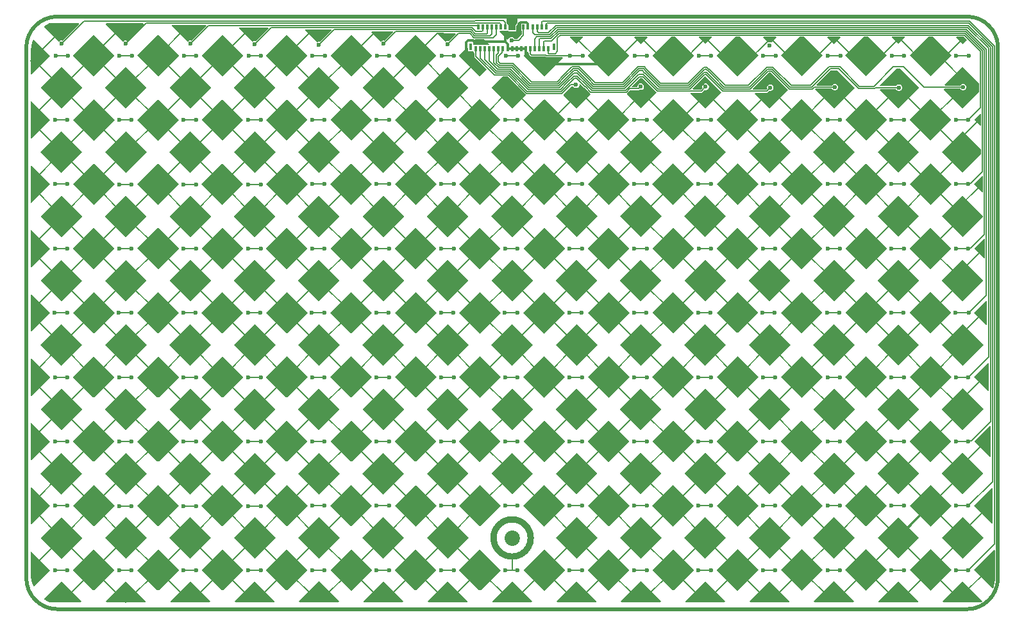
<source format=gbl>
G04*
G04 #@! TF.GenerationSoftware,Altium Limited,Altium Designer,24.5.2 (23)*
G04*
G04 Layer_Physical_Order=2*
G04 Layer_Color=16711680*
%FSLAX44Y44*%
%MOMM*%
G71*
G04*
G04 #@! TF.SameCoordinates,DF3C02B5-3F0F-4488-AB2D-F481A5C04937*
G04*
G04*
G04 #@! TF.FilePolarity,Positive*
G04*
G01*
G75*
%ADD10C,0.5000*%
%ADD11C,0.5000*%
%ADD12C,0.1300*%
%ADD13C,0.6000*%
%ADD14C,0.8800*%
%ADD15C,2.0300*%
%ADD16C,0.2500*%
%ADD17R,0.3000X0.8000*%
%ADD18R,0.3000X0.6500*%
%ADD19R,0.4000X0.9500*%
%ADD20C,0.2000*%
%ADD21C,0.3000*%
G36*
X653869Y780796D02*
X653391Y780081D01*
X653176Y779000D01*
X653176Y779000D01*
Y778929D01*
X651369Y777122D01*
Y770622D01*
X642369D01*
Y776961D01*
X640770Y778559D01*
Y778931D01*
X640398D01*
X639958Y779372D01*
Y780500D01*
X639864Y780970D01*
Y790961D01*
X653869D01*
Y780796D01*
D02*
G37*
G36*
X659230Y778326D02*
Y769891D01*
X660042D01*
Y765146D01*
X653854Y758958D01*
X649866D01*
X649771Y759189D01*
X648569Y760390D01*
X647000Y761040D01*
X645301D01*
X643732Y760390D01*
X642531Y759189D01*
X642294Y758617D01*
X640796Y758319D01*
X630493Y768621D01*
X631019Y769891D01*
X634770D01*
Y769891D01*
X635230D01*
Y769891D01*
X640770D01*
Y769891D01*
X641861Y769458D01*
X642369Y769247D01*
X651369D01*
X652341Y769650D01*
X652441Y769891D01*
X652770D01*
Y776579D01*
X654148Y777957D01*
X654243Y778186D01*
X654320Y778237D01*
X654370Y778494D01*
X654379Y778514D01*
X654524Y778732D01*
X654686Y779545D01*
X654720Y779596D01*
X658235Y779596D01*
X659230Y778326D01*
D02*
G37*
G36*
X75068Y778336D02*
X53310Y756579D01*
X52849Y756770D01*
X51151D01*
X49581Y756120D01*
X48738Y755277D01*
X29415Y774600D01*
X29693Y776118D01*
X33623Y778464D01*
X36021Y779504D01*
X52194Y779506D01*
X74582Y779510D01*
X75068Y778336D01*
D02*
G37*
G36*
X243151Y776420D02*
X223311Y756579D01*
X222849Y756770D01*
X221151D01*
X219581Y756120D01*
X218752Y755291D01*
X197527Y776516D01*
X198013Y777690D01*
X242625D01*
X243151Y776420D01*
D02*
G37*
G36*
X160081Y778349D02*
X138310Y756579D01*
X137849Y756770D01*
X136151D01*
X134581Y756120D01*
X133745Y755284D01*
X110784Y778245D01*
X111310Y779515D01*
X118429Y779516D01*
X159594Y779522D01*
X160081Y778349D01*
D02*
G37*
G36*
X490222Y767990D02*
X478811Y756579D01*
X478349Y756770D01*
X476651D01*
X475081Y756120D01*
X474024Y755062D01*
X461096Y767990D01*
X461582Y769164D01*
X489736D01*
X490222Y767990D01*
D02*
G37*
G36*
X572652Y765420D02*
X563311Y756079D01*
X562849Y756270D01*
X561151D01*
X559581Y755620D01*
X559031Y755069D01*
X548680Y765420D01*
X549166Y766593D01*
X572166D01*
X572652Y765420D01*
D02*
G37*
G36*
X325362Y773130D02*
X308311Y756079D01*
X307849Y756270D01*
X306151D01*
X304581Y755620D01*
X304009Y755048D01*
X285927Y773130D01*
X286413Y774304D01*
X324876D01*
X325362Y773130D01*
D02*
G37*
G36*
X408792Y770560D02*
X393311Y755079D01*
X392849Y755270D01*
X391151D01*
X389581Y754620D01*
X389516Y754555D01*
X373512Y770560D01*
X373997Y771733D01*
X408306D01*
X408792Y770560D01*
D02*
G37*
G36*
X617010Y752105D02*
X616524Y750931D01*
X614230D01*
Y750931D01*
X613770D01*
Y750931D01*
X608230D01*
Y750931D01*
X607770D01*
Y750931D01*
X602230D01*
Y750931D01*
X601770D01*
Y750931D01*
X596230D01*
X595270Y751679D01*
Y754431D01*
X595270D01*
X594998Y755087D01*
X598754Y758844D01*
X610271D01*
X617010Y752105D01*
D02*
G37*
G36*
X995705Y760869D02*
X989077Y754241D01*
X987849Y754750D01*
X986151D01*
X984928Y754243D01*
X978302Y760869D01*
X978788Y762042D01*
X995219D01*
X995705Y760869D01*
D02*
G37*
G36*
X1247460Y757669D02*
X1242003Y752211D01*
X1233345Y760869D01*
X1233831Y762042D01*
X1243086D01*
X1247460Y757669D01*
D02*
G37*
G36*
X1165676Y760869D02*
X1157003Y752197D01*
X1148331Y760869D01*
X1148817Y762042D01*
X1165190D01*
X1165676Y760869D01*
D02*
G37*
G36*
X1080691D02*
X1072003Y752182D01*
X1063316Y760869D01*
X1063802Y762042D01*
X1080204D01*
X1080691Y760869D01*
D02*
G37*
G36*
X910720D02*
X902004Y752153D01*
X893288Y760869D01*
X893774Y762042D01*
X910234D01*
X910720Y760869D01*
D02*
G37*
G36*
X825735D02*
X817004Y752138D01*
X808274Y760869D01*
X808760Y762042D01*
X825249D01*
X825735Y760869D01*
D02*
G37*
G36*
X740750D02*
X732005Y752124D01*
X723260Y760869D01*
X723746Y762042D01*
X740264D01*
X740750Y760869D01*
D02*
G37*
G36*
X37007Y737007D02*
X12322Y712322D01*
X11148Y712808D01*
X11148Y741687D01*
X11148Y741687D01*
X11148Y741687D01*
X11234Y744352D01*
X11920Y749638D01*
X13281Y754792D01*
X14569Y757950D01*
X15814Y758201D01*
X37007Y737007D01*
D02*
G37*
G36*
X1227003Y737211D02*
X1199496Y709704D01*
X1199496Y709704D01*
X1172003Y737197D01*
X1196849Y762042D01*
X1202172D01*
X1227003Y737211D01*
D02*
G37*
G36*
X1142003Y737197D02*
X1114496Y709689D01*
X1114496Y709689D01*
X1087003Y737182D01*
X1111864Y762042D01*
X1117158D01*
X1142003Y737197D01*
D02*
G37*
G36*
X1057004Y737182D02*
X1029497Y709675D01*
X1029496Y709675D01*
X1002004Y737168D01*
X1026879Y762042D01*
X1032143D01*
X1057004Y737182D01*
D02*
G37*
G36*
X972004Y737168D02*
X944497Y709660D01*
X944497Y709660D01*
X917004Y737153D01*
X941894Y762042D01*
X947129D01*
X972004Y737168D01*
D02*
G37*
G36*
X887004Y737153D02*
X859497Y709646D01*
X859497Y709646D01*
X832004Y737138D01*
X856908Y762042D01*
X862115D01*
X887004Y737153D01*
D02*
G37*
G36*
X802004Y737138D02*
X774498Y709631D01*
X774497Y709631D01*
X747005Y737124D01*
X771923Y762042D01*
X777101D01*
X802004Y737138D01*
D02*
G37*
G36*
X668230Y741675D02*
Y740391D01*
X669042D01*
Y739635D01*
X669191Y738885D01*
X669616Y738250D01*
X671250Y736616D01*
X671885Y736191D01*
X672635Y736042D01*
X690689D01*
X691116Y735616D01*
X691751Y735191D01*
X692500Y735042D01*
X713264D01*
X713750Y733869D01*
X689498Y709617D01*
X689498Y709617D01*
X662005Y737109D01*
X667057Y742161D01*
X668230Y741675D01*
D02*
G37*
G36*
X588730Y747160D02*
Y742391D01*
X595270D01*
X596230Y741643D01*
Y740391D01*
X597043D01*
Y736000D01*
X597192Y735251D01*
X597616Y734616D01*
X613564Y718668D01*
X604498Y709602D01*
X604498Y709602D01*
X577006Y737095D01*
X587557Y747646D01*
X588730Y747160D01*
D02*
G37*
G36*
X547006Y737095D02*
X519498Y709588D01*
X519498Y709588D01*
X492006Y737080D01*
X518615Y763689D01*
X520405Y763695D01*
X547006Y737095D01*
D02*
G37*
G36*
X462006Y737080D02*
X434499Y709573D01*
X434499Y709573D01*
X407006Y737066D01*
X433615Y763675D01*
X435405Y763681D01*
X462006Y737080D01*
D02*
G37*
G36*
X377006Y737066D02*
X349499Y709558D01*
X349499Y709559D01*
X322006Y737051D01*
X348615Y763660D01*
X350406Y763666D01*
X377006Y737066D01*
D02*
G37*
G36*
X292006Y737051D02*
X264499Y709544D01*
X264499Y709544D01*
X237007Y737037D01*
X263616Y763646D01*
X265406Y763652D01*
X292006Y737051D01*
D02*
G37*
G36*
X207007Y737037D02*
X179500Y709529D01*
X179500Y709529D01*
X152007Y737022D01*
X178616Y763631D01*
X180406Y763637D01*
X207007Y737037D01*
D02*
G37*
G36*
X122007Y737022D02*
X94500Y709515D01*
X94500Y709515D01*
X67007Y737007D01*
X93617Y763616D01*
X95407Y763622D01*
X122007Y737022D01*
D02*
G37*
G36*
X741981Y694616D02*
X742387Y694345D01*
X749466Y687266D01*
X749987Y686917D01*
X750129Y686697D01*
X750361Y685495D01*
X732004Y667138D01*
X714638Y684505D01*
X714738Y686201D01*
X724910Y696372D01*
X727689D01*
X727880Y695911D01*
X729081Y694710D01*
X730651Y694060D01*
X732349D01*
X733919Y694710D01*
X735120Y695911D01*
X735770Y697481D01*
Y699031D01*
X736154Y699335D01*
X736943Y699654D01*
X741981Y694616D01*
D02*
G37*
G36*
X837616Y688616D02*
X837692Y687841D01*
X817004Y667153D01*
X798604Y685553D01*
X798595Y685914D01*
X798895Y687058D01*
X799207Y687266D01*
X803123Y691182D01*
X813785D01*
X814535Y691331D01*
X815170Y691756D01*
X815239Y691825D01*
X816048Y691490D01*
X817746D01*
X819316Y692140D01*
X820517Y693341D01*
X821167Y694911D01*
Y696609D01*
X820517Y698179D01*
X819316Y699380D01*
X817746Y700030D01*
X816048D01*
X814478Y699380D01*
X813277Y698179D01*
X812627Y696609D01*
Y695098D01*
X805063D01*
X804577Y696271D01*
X815349Y707042D01*
X819189D01*
X837616Y688616D01*
D02*
G37*
G36*
X923467Y688630D02*
X902004Y667168D01*
X882302Y686869D01*
X882788Y688042D01*
X896830D01*
X897579Y688191D01*
X898214Y688616D01*
X901211Y691613D01*
X901672Y691422D01*
X903371D01*
X904940Y692072D01*
X906142Y693273D01*
X906792Y694843D01*
Y696541D01*
X906142Y698111D01*
X904940Y699312D01*
X903371Y699962D01*
X901672D01*
X900103Y699312D01*
X898902Y698111D01*
X898252Y696541D01*
Y694843D01*
X898443Y694381D01*
X896019Y691958D01*
X885789D01*
X885303Y693131D01*
X902134Y709962D01*
X923467Y688630D01*
D02*
G37*
G36*
X1263701Y700513D02*
Y688924D01*
X1242003Y667226D01*
X1217167Y692061D01*
X1217653Y693234D01*
X1238711D01*
X1238902Y692773D01*
X1240103Y691572D01*
X1241672Y690922D01*
X1243371D01*
X1244940Y691572D01*
X1246142Y692773D01*
X1246792Y694343D01*
Y696041D01*
X1246142Y697611D01*
X1244940Y698812D01*
X1243371Y699462D01*
X1241672D01*
X1240103Y698812D01*
X1238902Y697611D01*
X1238711Y697150D01*
X1218601D01*
X1218115Y698323D01*
X1242003Y722211D01*
X1263701Y700513D01*
D02*
G37*
G36*
X1099490Y694696D02*
X1099481Y694675D01*
X1072003Y667197D01*
X1047235Y691964D01*
X1047762Y693234D01*
X1069211D01*
X1069402Y692773D01*
X1070603Y691572D01*
X1072172Y690922D01*
X1073871D01*
X1075440Y691572D01*
X1076641Y692773D01*
X1077292Y694343D01*
Y696041D01*
X1076641Y697611D01*
X1075440Y698812D01*
X1073871Y699462D01*
X1072172D01*
X1070603Y698812D01*
X1069402Y697611D01*
X1069211Y697150D01*
X1049077D01*
X1048591Y698323D01*
X1067811Y717542D01*
X1076643D01*
X1099490Y694696D01*
D02*
G37*
G36*
X1184490Y694710D02*
X1184481Y694689D01*
X1157003Y667211D01*
X1132653Y691561D01*
X1133139Y692734D01*
X1153711D01*
X1153902Y692273D01*
X1155103Y691072D01*
X1156672Y690422D01*
X1158371D01*
X1159940Y691072D01*
X1161142Y692273D01*
X1161792Y693843D01*
Y695541D01*
X1161142Y697111D01*
X1159940Y698312D01*
X1158371Y698962D01*
X1156672D01*
X1155103Y698312D01*
X1153902Y697111D01*
X1153711Y696649D01*
X1133115D01*
X1132629Y697823D01*
X1154849Y720042D01*
X1159157D01*
X1184490Y694710D01*
D02*
G37*
G36*
X1011276Y691455D02*
X987004Y667182D01*
X967317Y686869D01*
X967803Y688042D01*
X983330D01*
X984079Y688191D01*
X984714Y688616D01*
X986711Y690613D01*
X987172Y690422D01*
X988871D01*
X990440Y691072D01*
X991642Y692273D01*
X992292Y693843D01*
Y695541D01*
X991642Y697111D01*
X990440Y698312D01*
X988871Y698962D01*
X987172D01*
X985603Y698312D01*
X984402Y697111D01*
X983752Y695541D01*
Y693843D01*
X983943Y693381D01*
X982519Y691958D01*
X965154D01*
X964668Y693131D01*
X986080Y714542D01*
X988189D01*
X1011276Y691455D01*
D02*
G37*
G36*
X664686Y685546D02*
X664752Y684871D01*
X647005Y667124D01*
X619512Y694616D01*
X634158Y709262D01*
X640969D01*
X664686Y685546D01*
D02*
G37*
G36*
X589492Y694608D02*
X589483Y694587D01*
X562005Y667109D01*
X534513Y694602D01*
X562006Y722095D01*
X589492Y694608D01*
D02*
G37*
G36*
X504492Y694594D02*
X504483Y694573D01*
X477006Y667095D01*
X449513Y694587D01*
X477006Y722080D01*
X504492Y694594D01*
D02*
G37*
G36*
X419492Y694579D02*
X419484Y694558D01*
X392006Y667080D01*
X364513Y694573D01*
X392006Y722066D01*
X419492Y694579D01*
D02*
G37*
G36*
X334493Y694565D02*
X334484Y694544D01*
X307006Y667066D01*
X279513Y694558D01*
X307006Y722051D01*
X334493Y694565D01*
D02*
G37*
G36*
X249493Y694550D02*
X249485Y694529D01*
X222006Y667051D01*
X194514Y694544D01*
X222007Y722037D01*
X249493Y694550D01*
D02*
G37*
G36*
X164494Y694536D02*
X164485Y694514D01*
X137007Y667037D01*
X109514Y694529D01*
X137007Y722022D01*
X164494Y694536D01*
D02*
G37*
G36*
X79494Y694521D02*
X79485Y694500D01*
X52007Y667022D01*
X24515Y694514D01*
X52007Y722007D01*
X79494Y694521D01*
D02*
G37*
G36*
X1266271Y659835D02*
Y644616D01*
X1265098Y644130D01*
X1257003Y652226D01*
X1265098Y660321D01*
X1266271Y659835D01*
D02*
G37*
G36*
X37007Y652022D02*
X12321Y627336D01*
X11148Y627822D01*
X11148Y676221D01*
X12322Y676708D01*
X37007Y652022D01*
D02*
G37*
G36*
X1227003Y652226D02*
X1199495Y624719D01*
X1199495Y624719D01*
X1172003Y652211D01*
X1199496Y679704D01*
X1199516Y679712D01*
X1227003Y652226D01*
D02*
G37*
G36*
X1142003Y652211D02*
X1114496Y624704D01*
X1114496Y624704D01*
X1087003Y652197D01*
X1114496Y679689D01*
X1114516Y679698D01*
X1142003Y652211D01*
D02*
G37*
G36*
X1057003Y652197D02*
X1029496Y624689D01*
X1029496Y624689D01*
X1002004Y652182D01*
X1029496Y679675D01*
X1029517Y679683D01*
X1057003Y652197D01*
D02*
G37*
G36*
X972004Y652182D02*
X944497Y624675D01*
X944496Y624675D01*
X917004Y652168D01*
X944497Y679660D01*
X944517Y679669D01*
X972004Y652182D01*
D02*
G37*
G36*
X887004Y652168D02*
X859497Y624660D01*
X859497Y624660D01*
X832004Y652153D01*
X859497Y679646D01*
X859517Y679654D01*
X887004Y652168D01*
D02*
G37*
G36*
X802004Y652153D02*
X774497Y624646D01*
X774497Y624646D01*
X747004Y652138D01*
X774497Y679631D01*
X774518Y679640D01*
X802004Y652153D01*
D02*
G37*
G36*
X717004Y652138D02*
X689498Y624631D01*
X689497Y624631D01*
X662005Y652124D01*
X688614Y678733D01*
X690404Y678739D01*
X717004Y652138D01*
D02*
G37*
G36*
X632005Y652124D02*
X604498Y624617D01*
X604498Y624617D01*
X577005Y652109D01*
X604498Y679602D01*
X604518Y679611D01*
X632005Y652124D01*
D02*
G37*
G36*
X547005Y652109D02*
X519498Y624602D01*
X519498Y624602D01*
X492006Y652095D01*
X518615Y678704D01*
X520405Y678710D01*
X547005Y652109D01*
D02*
G37*
G36*
X462006Y652095D02*
X434498Y624588D01*
X434498Y624588D01*
X407006Y652080D01*
X433615Y678689D01*
X435405Y678695D01*
X462006Y652095D01*
D02*
G37*
G36*
X377006Y652080D02*
X349499Y624573D01*
X349499Y624573D01*
X322006Y652066D01*
X348615Y678675D01*
X350405Y678681D01*
X377006Y652080D01*
D02*
G37*
G36*
X292006Y652066D02*
X264499Y624558D01*
X264499Y624558D01*
X237006Y652051D01*
X263616Y678660D01*
X265406Y678666D01*
X292006Y652066D01*
D02*
G37*
G36*
X207006Y652051D02*
X179499Y624544D01*
X179499Y624544D01*
X152007Y652037D01*
X178616Y678646D01*
X180406Y678652D01*
X207006Y652051D01*
D02*
G37*
G36*
X122007Y652037D02*
X94500Y624529D01*
X94500Y624529D01*
X67007Y652022D01*
X94500Y679515D01*
X94520Y679523D01*
X122007Y652037D01*
D02*
G37*
G36*
X1266271Y612957D02*
Y606509D01*
X1242002Y582240D01*
X1214510Y609733D01*
X1242003Y637226D01*
X1266271Y612957D01*
D02*
G37*
G36*
X1184489Y609725D02*
X1184481Y609704D01*
X1157003Y582226D01*
X1129510Y609718D01*
X1157003Y637211D01*
X1184489Y609725D01*
D02*
G37*
G36*
X1099490Y609710D02*
X1099481Y609689D01*
X1072003Y582211D01*
X1044510Y609704D01*
X1072003Y637197D01*
X1099490Y609710D01*
D02*
G37*
G36*
X1014490Y609696D02*
X1014481Y609675D01*
X987003Y582197D01*
X959511Y609689D01*
X987004Y637182D01*
X1014490Y609696D01*
D02*
G37*
G36*
X929490Y609681D02*
X929482Y609660D01*
X902004Y582182D01*
X874511Y609675D01*
X902004Y637168D01*
X929490Y609681D01*
D02*
G37*
G36*
X844491Y609666D02*
X844482Y609646D01*
X817004Y582168D01*
X789511Y609660D01*
X817004Y637153D01*
X844491Y609666D01*
D02*
G37*
G36*
X759491Y609652D02*
X759482Y609631D01*
X732004Y582153D01*
X704512Y609646D01*
X732004Y637138D01*
X759491Y609652D01*
D02*
G37*
G36*
X674491Y609637D02*
X674482Y609616D01*
X647004Y582138D01*
X619512Y609631D01*
X647005Y637124D01*
X674491Y609637D01*
D02*
G37*
G36*
X589492Y609623D02*
X589483Y609602D01*
X562005Y582124D01*
X534512Y609616D01*
X562005Y637109D01*
X589492Y609623D01*
D02*
G37*
G36*
X504492Y609608D02*
X504483Y609587D01*
X477005Y582109D01*
X449513Y609602D01*
X477006Y637095D01*
X504492Y609608D01*
D02*
G37*
G36*
X419492Y609594D02*
X419483Y609573D01*
X392006Y582095D01*
X364513Y609587D01*
X392006Y637080D01*
X419492Y609594D01*
D02*
G37*
G36*
X334492Y609579D02*
X334484Y609558D01*
X307006Y582080D01*
X279513Y609573D01*
X307006Y637066D01*
X334492Y609579D01*
D02*
G37*
G36*
X249493Y609565D02*
X249484Y609544D01*
X222006Y582066D01*
X194514Y609558D01*
X222006Y637051D01*
X249493Y609565D01*
D02*
G37*
G36*
X164493Y609550D02*
X164485Y609529D01*
X137007Y582051D01*
X109514Y609544D01*
X137007Y637037D01*
X164493Y609550D01*
D02*
G37*
G36*
X79493Y609536D02*
X79485Y609515D01*
X52007Y582037D01*
X24514Y609529D01*
X52007Y637022D01*
X79493Y609536D01*
D02*
G37*
G36*
X1268841Y577420D02*
Y557061D01*
X1267668Y556575D01*
X1257002Y567240D01*
X1267668Y577906D01*
X1268841Y577420D01*
D02*
G37*
G36*
X37007Y567037D02*
X12321Y542351D01*
X11148Y542837D01*
X11148Y591236D01*
X12321Y591722D01*
X37007Y567037D01*
D02*
G37*
G36*
X1227002Y567240D02*
X1199495Y539733D01*
X1199495Y539733D01*
X1172003Y567226D01*
X1199495Y594719D01*
X1199516Y594727D01*
X1227002Y567240D01*
D02*
G37*
G36*
X1142003Y567226D02*
X1114496Y539719D01*
X1114495Y539719D01*
X1087003Y567211D01*
X1113612Y593820D01*
X1115402Y593826D01*
X1142003Y567226D01*
D02*
G37*
G36*
X1057003Y567211D02*
X1029496Y539704D01*
X1029496Y539704D01*
X1002003Y567197D01*
X1029496Y594689D01*
X1029516Y594698D01*
X1057003Y567211D01*
D02*
G37*
G36*
X972003Y567197D02*
X944496Y539689D01*
X944496Y539689D01*
X917004Y567182D01*
X944496Y594675D01*
X944517Y594683D01*
X972003Y567197D01*
D02*
G37*
G36*
X887004Y567182D02*
X859497Y539675D01*
X859497Y539675D01*
X832004Y567168D01*
X859497Y594660D01*
X859517Y594669D01*
X887004Y567182D01*
D02*
G37*
G36*
X802004Y567168D02*
X774497Y539660D01*
X774497Y539660D01*
X747004Y567153D01*
X774497Y594646D01*
X774517Y594654D01*
X802004Y567168D01*
D02*
G37*
G36*
X717004Y567153D02*
X689497Y539646D01*
X689497Y539646D01*
X662004Y567138D01*
X689497Y594631D01*
X689518Y594640D01*
X717004Y567153D01*
D02*
G37*
G36*
X632005Y567138D02*
X604497Y539631D01*
X604497Y539631D01*
X577005Y567124D01*
X604498Y594617D01*
X604518Y594625D01*
X632005Y567138D01*
D02*
G37*
G36*
X547005Y567124D02*
X519498Y539617D01*
X519498Y539617D01*
X492005Y567109D01*
X518614Y593718D01*
X520404Y593724D01*
X547005Y567124D01*
D02*
G37*
G36*
X462005Y567109D02*
X434498Y539602D01*
X434498Y539602D01*
X407006Y567095D01*
X433615Y593704D01*
X435405Y593710D01*
X462005Y567109D01*
D02*
G37*
G36*
X377006Y567095D02*
X349498Y539588D01*
X349498Y539588D01*
X322006Y567080D01*
X348615Y593689D01*
X350405Y593695D01*
X377006Y567095D01*
D02*
G37*
G36*
X292006Y567080D02*
X264499Y539573D01*
X264499Y539573D01*
X237006Y567066D01*
X263615Y593675D01*
X265405Y593681D01*
X292006Y567080D01*
D02*
G37*
G36*
X207006Y567066D02*
X179499Y539558D01*
X179499Y539558D01*
X152007Y567051D01*
X178616Y593660D01*
X180406Y593666D01*
X207006Y567066D01*
D02*
G37*
G36*
X122007Y567051D02*
X94499Y539544D01*
X94499Y539544D01*
X67007Y567037D01*
X93616Y593646D01*
X95406Y593652D01*
X122007Y567051D01*
D02*
G37*
G36*
X1268841Y525401D02*
Y524094D01*
X1242002Y497255D01*
X1214509Y524747D01*
X1242002Y552240D01*
X1268841Y525401D01*
D02*
G37*
G36*
X1184489Y524739D02*
X1184480Y524718D01*
X1157002Y497240D01*
X1129510Y524733D01*
X1157003Y552226D01*
X1184489Y524739D01*
D02*
G37*
G36*
X1099489Y524725D02*
X1099481Y524704D01*
X1072003Y497226D01*
X1044510Y524718D01*
X1072003Y552211D01*
X1099489Y524725D01*
D02*
G37*
G36*
X1014490Y524710D02*
X1014481Y524689D01*
X987003Y497211D01*
X959510Y524704D01*
X987003Y552197D01*
X1014490Y524710D01*
D02*
G37*
G36*
X929490Y524696D02*
X929481Y524675D01*
X902003Y497197D01*
X874511Y524689D01*
X902004Y552182D01*
X929490Y524696D01*
D02*
G37*
G36*
X844490Y524681D02*
X844482Y524660D01*
X817004Y497182D01*
X789511Y524675D01*
X817004Y552168D01*
X844490Y524681D01*
D02*
G37*
G36*
X759491Y524666D02*
X759482Y524646D01*
X732004Y497168D01*
X704511Y524660D01*
X732004Y552153D01*
X759491Y524666D01*
D02*
G37*
G36*
X674491Y524652D02*
X674482Y524631D01*
X647004Y497153D01*
X619512Y524646D01*
X647004Y552138D01*
X674491Y524652D01*
D02*
G37*
G36*
X589491Y524637D02*
X589483Y524616D01*
X562005Y497138D01*
X534512Y524631D01*
X562005Y552124D01*
X589491Y524637D01*
D02*
G37*
G36*
X504492Y524623D02*
X504483Y524602D01*
X477005Y497124D01*
X449512Y524616D01*
X477005Y552109D01*
X504492Y524623D01*
D02*
G37*
G36*
X419492Y524608D02*
X419483Y524587D01*
X392005Y497109D01*
X364513Y524602D01*
X392006Y552095D01*
X419492Y524608D01*
D02*
G37*
G36*
X334492Y524594D02*
X334483Y524573D01*
X307006Y497095D01*
X279513Y524587D01*
X307006Y552080D01*
X334492Y524594D01*
D02*
G37*
G36*
X249493Y524579D02*
X249484Y524558D01*
X222006Y497080D01*
X194513Y524573D01*
X222006Y552066D01*
X249493Y524579D01*
D02*
G37*
G36*
X164493Y524565D02*
X164484Y524544D01*
X137006Y497066D01*
X109514Y524558D01*
X137007Y552051D01*
X164493Y524565D01*
D02*
G37*
G36*
X79493Y524550D02*
X79485Y524529D01*
X52007Y497051D01*
X24514Y524544D01*
X52007Y552037D01*
X79493Y524550D01*
D02*
G37*
G36*
X1271411Y495005D02*
Y469505D01*
X1270238Y469019D01*
X1257002Y482255D01*
X1270238Y495491D01*
X1271411Y495005D01*
D02*
G37*
G36*
X37006Y482051D02*
X12321Y457366D01*
X11148Y457852D01*
X11148Y506250D01*
X12321Y506736D01*
X37006Y482051D01*
D02*
G37*
G36*
X1227002Y482255D02*
X1199495Y454748D01*
X1199495Y454748D01*
X1172002Y482240D01*
X1198611Y508849D01*
X1200402Y508855D01*
X1227002Y482255D01*
D02*
G37*
G36*
X1142002Y482240D02*
X1114495Y454733D01*
X1114495Y454733D01*
X1087003Y482226D01*
X1114495Y509719D01*
X1114516Y509727D01*
X1142002Y482240D01*
D02*
G37*
G36*
X1057003Y482226D02*
X1029496Y454719D01*
X1029495Y454719D01*
X1002003Y482211D01*
X1029496Y509704D01*
X1029516Y509712D01*
X1057003Y482226D01*
D02*
G37*
G36*
X972003Y482211D02*
X944496Y454704D01*
X944496Y454704D01*
X917003Y482197D01*
X943612Y508806D01*
X945403Y508812D01*
X972003Y482211D01*
D02*
G37*
G36*
X887003Y482197D02*
X859496Y454689D01*
X859496Y454689D01*
X832004Y482182D01*
X859497Y509675D01*
X859517Y509683D01*
X887003Y482197D01*
D02*
G37*
G36*
X802004Y482182D02*
X774497Y454675D01*
X774497Y454675D01*
X747004Y482168D01*
X774497Y509660D01*
X774517Y509669D01*
X802004Y482182D01*
D02*
G37*
G36*
X717004Y482168D02*
X689497Y454660D01*
X689497Y454660D01*
X662004Y482153D01*
X689497Y509646D01*
X689517Y509654D01*
X717004Y482168D01*
D02*
G37*
G36*
X632004Y482153D02*
X604497Y454646D01*
X604497Y454646D01*
X577005Y482138D01*
X604497Y509631D01*
X604518Y509640D01*
X632004Y482153D01*
D02*
G37*
G36*
X547005Y482138D02*
X519497Y454631D01*
X519497Y454631D01*
X492005Y482124D01*
X518614Y508733D01*
X520404Y508739D01*
X547005Y482138D01*
D02*
G37*
G36*
X462005Y482124D02*
X434498Y454617D01*
X434498Y454617D01*
X407005Y482109D01*
X433614Y508718D01*
X435405Y508724D01*
X462005Y482124D01*
D02*
G37*
G36*
X377005Y482109D02*
X349498Y454602D01*
X349498Y454602D01*
X322006Y482095D01*
X348615Y508704D01*
X350405Y508710D01*
X377005Y482109D01*
D02*
G37*
G36*
X292006Y482095D02*
X264499Y454588D01*
X264498Y454588D01*
X237006Y482080D01*
X263615Y508689D01*
X265405Y508695D01*
X292006Y482095D01*
D02*
G37*
G36*
X207006Y482080D02*
X179499Y454573D01*
X179499Y454573D01*
X152006Y482066D01*
X178615Y508675D01*
X180405Y508681D01*
X207006Y482080D01*
D02*
G37*
G36*
X122006Y482066D02*
X94499Y454558D01*
X94499Y454558D01*
X67007Y482051D01*
X93616Y508660D01*
X95406Y508666D01*
X122006Y482066D01*
D02*
G37*
G36*
X1269488Y439768D02*
X1269480Y439747D01*
X1242002Y412269D01*
X1214509Y439762D01*
X1242002Y467255D01*
X1269488Y439768D01*
D02*
G37*
G36*
X1184489Y439754D02*
X1184480Y439733D01*
X1157002Y412255D01*
X1129509Y439747D01*
X1157002Y467240D01*
X1184489Y439754D01*
D02*
G37*
G36*
X1099489Y439739D02*
X1099480Y439718D01*
X1072002Y412240D01*
X1044510Y439733D01*
X1072003Y467226D01*
X1099489Y439739D01*
D02*
G37*
G36*
X1014489Y439725D02*
X1014481Y439704D01*
X987003Y412226D01*
X959510Y439718D01*
X987003Y467211D01*
X1014489Y439725D01*
D02*
G37*
G36*
X929490Y439710D02*
X929481Y439689D01*
X902003Y412211D01*
X874510Y439704D01*
X902003Y467197D01*
X929490Y439710D01*
D02*
G37*
G36*
X844490Y439696D02*
X844481Y439675D01*
X817003Y412197D01*
X789511Y439689D01*
X817004Y467182D01*
X844490Y439696D01*
D02*
G37*
G36*
X759490Y439681D02*
X759482Y439660D01*
X732004Y412182D01*
X704511Y439675D01*
X732004Y467168D01*
X759490Y439681D01*
D02*
G37*
G36*
X674491Y439666D02*
X674482Y439646D01*
X647004Y412168D01*
X619511Y439660D01*
X647004Y467153D01*
X674491Y439666D01*
D02*
G37*
G36*
X589491Y439652D02*
X589482Y439631D01*
X562004Y412153D01*
X534512Y439646D01*
X562005Y467138D01*
X589491Y439652D01*
D02*
G37*
G36*
X504491Y439637D02*
X504483Y439616D01*
X477005Y412138D01*
X449512Y439631D01*
X477005Y467124D01*
X504491Y439637D01*
D02*
G37*
G36*
X419492Y439623D02*
X419483Y439602D01*
X392005Y412124D01*
X364512Y439616D01*
X392005Y467109D01*
X419492Y439623D01*
D02*
G37*
G36*
X334492Y439608D02*
X334483Y439587D01*
X307005Y412109D01*
X279513Y439602D01*
X307006Y467095D01*
X334492Y439608D01*
D02*
G37*
G36*
X249492Y439594D02*
X249484Y439573D01*
X222006Y412095D01*
X194513Y439587D01*
X222006Y467080D01*
X249492Y439594D01*
D02*
G37*
G36*
X164493Y439579D02*
X164484Y439558D01*
X137006Y412080D01*
X109513Y439573D01*
X137006Y467066D01*
X164493Y439579D01*
D02*
G37*
G36*
X79493Y439565D02*
X79484Y439544D01*
X52006Y412066D01*
X24514Y439558D01*
X52007Y467051D01*
X79493Y439565D01*
D02*
G37*
G36*
X1273981Y412590D02*
Y381949D01*
X1272808Y381463D01*
X1257002Y397269D01*
X1272808Y413076D01*
X1273981Y412590D01*
D02*
G37*
G36*
X37006Y397066D02*
X12321Y372380D01*
X11148Y372866D01*
X11148Y421265D01*
X12321Y421751D01*
X37006Y397066D01*
D02*
G37*
G36*
X972003Y397226D02*
X945394Y370617D01*
X943597Y370617D01*
X917003Y397211D01*
X944496Y424704D01*
X944516Y424712D01*
X972003Y397226D01*
D02*
G37*
G36*
X547004Y397153D02*
X520395Y370544D01*
X518599Y370544D01*
X492005Y397138D01*
X519497Y424631D01*
X519518Y424640D01*
X547004Y397153D01*
D02*
G37*
G36*
X462005Y397138D02*
X435396Y370529D01*
X433600Y370529D01*
X407005Y397124D01*
X434498Y424617D01*
X434518Y424625D01*
X462005Y397138D01*
D02*
G37*
G36*
X377005Y397124D02*
X350396Y370515D01*
X348600Y370515D01*
X322005Y397109D01*
X349498Y424602D01*
X349518Y424610D01*
X377005Y397124D01*
D02*
G37*
G36*
X292005Y397109D02*
X265396Y370500D01*
X263600Y370500D01*
X237006Y397095D01*
X264498Y424588D01*
X264519Y424596D01*
X292005Y397109D01*
D02*
G37*
G36*
X207006Y397095D02*
X180396Y370486D01*
X178600Y370486D01*
X152006Y397080D01*
X179499Y424573D01*
X179519Y424581D01*
X207006Y397095D01*
D02*
G37*
G36*
X122006Y397080D02*
X95397Y370471D01*
X93601Y370471D01*
X67006Y397066D01*
X94499Y424558D01*
X94519Y424567D01*
X122006Y397080D01*
D02*
G37*
G36*
X1227002Y397269D02*
X1199495Y369762D01*
X1199495Y369762D01*
X1172002Y397255D01*
X1199495Y424748D01*
X1199515Y424756D01*
X1227002Y397269D01*
D02*
G37*
G36*
X1142002Y397255D02*
X1114495Y369748D01*
X1114495Y369748D01*
X1087002Y397240D01*
X1114495Y424733D01*
X1114515Y424742D01*
X1142002Y397255D01*
D02*
G37*
G36*
X1057002Y397240D02*
X1029495Y369733D01*
X1029495Y369733D01*
X1002003Y397226D01*
X1029495Y424719D01*
X1029516Y424727D01*
X1057002Y397240D01*
D02*
G37*
G36*
X887003Y397211D02*
X859496Y369704D01*
X859496Y369704D01*
X832003Y397197D01*
X859496Y424689D01*
X859516Y424698D01*
X887003Y397211D01*
D02*
G37*
G36*
X802003Y397197D02*
X774496Y369689D01*
X774496Y369689D01*
X747004Y397182D01*
X774497Y424675D01*
X774517Y424683D01*
X802003Y397197D01*
D02*
G37*
G36*
X717004Y397182D02*
X689497Y369675D01*
X689497Y369675D01*
X662004Y397168D01*
X689497Y424660D01*
X689517Y424669D01*
X717004Y397182D01*
D02*
G37*
G36*
X632004Y397168D02*
X604497Y369660D01*
X604497Y369660D01*
X577004Y397153D01*
X604497Y424646D01*
X604517Y424654D01*
X632004Y397168D01*
D02*
G37*
G36*
X1269488Y354783D02*
X1269479Y354762D01*
X1242001Y327284D01*
X1214509Y354776D01*
X1242002Y382269D01*
X1269488Y354783D01*
D02*
G37*
G36*
X1184488Y354768D02*
X1184480Y354747D01*
X1157002Y327269D01*
X1129509Y354762D01*
X1157002Y382255D01*
X1184488Y354768D01*
D02*
G37*
G36*
X1099489Y354754D02*
X1099480Y354733D01*
X1072002Y327255D01*
X1044509Y354747D01*
X1072002Y382240D01*
X1099489Y354754D01*
D02*
G37*
G36*
X1014489Y354739D02*
X1014480Y354718D01*
X987002Y327240D01*
X959510Y354733D01*
X987003Y382226D01*
X1014489Y354739D01*
D02*
G37*
G36*
X929489Y354725D02*
X929481Y354704D01*
X902003Y327226D01*
X874510Y354718D01*
X902003Y382211D01*
X929489Y354725D01*
D02*
G37*
G36*
X844490Y354710D02*
X844481Y354689D01*
X817003Y327211D01*
X789510Y354704D01*
X817003Y382197D01*
X844490Y354710D01*
D02*
G37*
G36*
X759490Y354696D02*
X759481Y354675D01*
X732003Y327197D01*
X704511Y354689D01*
X732004Y382182D01*
X759490Y354696D01*
D02*
G37*
G36*
X674490Y354681D02*
X674482Y354660D01*
X647004Y327182D01*
X619511Y354675D01*
X647004Y382168D01*
X674490Y354681D01*
D02*
G37*
G36*
X589491Y354666D02*
X589482Y354646D01*
X562004Y327168D01*
X534511Y354660D01*
X562004Y382153D01*
X589491Y354666D01*
D02*
G37*
G36*
X504491Y354652D02*
X504482Y354631D01*
X477004Y327153D01*
X449512Y354646D01*
X477005Y382138D01*
X504491Y354652D01*
D02*
G37*
G36*
X419491Y354637D02*
X419483Y354616D01*
X392005Y327138D01*
X364512Y354631D01*
X392005Y382124D01*
X419491Y354637D01*
D02*
G37*
G36*
X334492Y354623D02*
X334483Y354602D01*
X307005Y327124D01*
X279512Y354616D01*
X307005Y382109D01*
X334492Y354623D01*
D02*
G37*
G36*
X249492Y354608D02*
X249483Y354587D01*
X222005Y327109D01*
X194513Y354602D01*
X222006Y382095D01*
X249492Y354608D01*
D02*
G37*
G36*
X164492Y354594D02*
X164484Y354573D01*
X137006Y327095D01*
X109513Y354587D01*
X137006Y382080D01*
X164492Y354594D01*
D02*
G37*
G36*
X79493Y354579D02*
X79484Y354558D01*
X52006Y327080D01*
X24513Y354573D01*
X52006Y382066D01*
X79493Y354579D01*
D02*
G37*
G36*
X1276551Y330174D02*
Y294393D01*
X1275378Y293907D01*
X1257001Y312284D01*
X1275378Y330661D01*
X1276551Y330174D01*
D02*
G37*
G36*
X37006Y312080D02*
X12321Y287395D01*
X11148Y287881D01*
X11148Y336279D01*
X12321Y336765D01*
X37006Y312080D01*
D02*
G37*
G36*
X547004Y312167D02*
X520395Y285558D01*
X518599Y285558D01*
X492004Y312153D01*
X519497Y339646D01*
X519517Y339654D01*
X547004Y312167D01*
D02*
G37*
G36*
X462004Y312153D02*
X435395Y285544D01*
X433599Y285544D01*
X407005Y312138D01*
X434497Y339631D01*
X434518Y339640D01*
X462004Y312153D01*
D02*
G37*
G36*
X377005Y312138D02*
X350396Y285529D01*
X348600Y285529D01*
X322005Y312124D01*
X349498Y339617D01*
X349518Y339625D01*
X377005Y312138D01*
D02*
G37*
G36*
X292005Y312124D02*
X265396Y285515D01*
X263600Y285515D01*
X237005Y312109D01*
X264498Y339602D01*
X264518Y339610D01*
X292005Y312124D01*
D02*
G37*
G36*
X207005Y312109D02*
X180396Y285500D01*
X178600Y285500D01*
X152006Y312095D01*
X179498Y339588D01*
X179519Y339596D01*
X207005Y312109D01*
D02*
G37*
G36*
X122006Y312095D02*
X95396Y285486D01*
X93600Y285486D01*
X67006Y312080D01*
X94499Y339573D01*
X94519Y339581D01*
X122006Y312095D01*
D02*
G37*
G36*
X1227001Y312284D02*
X1199494Y284777D01*
X1199494Y284777D01*
X1172002Y312269D01*
X1199495Y339762D01*
X1199515Y339771D01*
X1227001Y312284D01*
D02*
G37*
G36*
X1142002Y312269D02*
X1114495Y284762D01*
X1114495Y284762D01*
X1087002Y312255D01*
X1114495Y339748D01*
X1114515Y339756D01*
X1142002Y312269D01*
D02*
G37*
G36*
X1057002Y312255D02*
X1029495Y284748D01*
X1029495Y284748D01*
X1002002Y312240D01*
X1029495Y339733D01*
X1029515Y339742D01*
X1057002Y312255D01*
D02*
G37*
G36*
X972002Y312240D02*
X944495Y284733D01*
X944495Y284733D01*
X917003Y312226D01*
X944495Y339719D01*
X944516Y339727D01*
X972002Y312240D01*
D02*
G37*
G36*
X887003Y312226D02*
X859496Y284719D01*
X859495Y284719D01*
X832003Y312211D01*
X859496Y339704D01*
X859516Y339712D01*
X887003Y312226D01*
D02*
G37*
G36*
X802003Y312211D02*
X774496Y284704D01*
X774496Y284704D01*
X747003Y312197D01*
X774496Y339689D01*
X774516Y339698D01*
X802003Y312211D01*
D02*
G37*
G36*
X717003Y312197D02*
X689496Y284690D01*
X689496Y284690D01*
X662004Y312182D01*
X689497Y339675D01*
X689517Y339683D01*
X717003Y312197D01*
D02*
G37*
G36*
X632004Y312182D02*
X604497Y284675D01*
X604496Y284675D01*
X577004Y312167D01*
X604497Y339660D01*
X604517Y339669D01*
X632004Y312182D01*
D02*
G37*
G36*
X1269488Y269797D02*
X1269479Y269776D01*
X1242001Y242298D01*
X1214509Y269791D01*
X1242001Y297284D01*
X1269488Y269797D01*
D02*
G37*
G36*
X1184488Y269783D02*
X1184479Y269762D01*
X1157001Y242284D01*
X1129509Y269776D01*
X1157002Y297269D01*
X1184488Y269783D01*
D02*
G37*
G36*
X1099488Y269768D02*
X1099480Y269747D01*
X1072002Y242269D01*
X1044509Y269762D01*
X1072002Y297255D01*
X1099488Y269768D01*
D02*
G37*
G36*
X1014489Y269754D02*
X1014480Y269733D01*
X987002Y242255D01*
X959509Y269747D01*
X987002Y297240D01*
X1014489Y269754D01*
D02*
G37*
G36*
X929489Y269739D02*
X929480Y269718D01*
X902002Y242240D01*
X874510Y269733D01*
X902003Y297226D01*
X929489Y269739D01*
D02*
G37*
G36*
X844489Y269725D02*
X844481Y269704D01*
X817003Y242226D01*
X789510Y269718D01*
X817003Y297211D01*
X844489Y269725D01*
D02*
G37*
G36*
X759490Y269710D02*
X759481Y269689D01*
X732003Y242211D01*
X704510Y269704D01*
X732003Y297197D01*
X759490Y269710D01*
D02*
G37*
G36*
X674490Y269696D02*
X674481Y269675D01*
X647003Y242197D01*
X619511Y269689D01*
X647004Y297182D01*
X674490Y269696D01*
D02*
G37*
G36*
X589490Y269681D02*
X589482Y269660D01*
X562004Y242182D01*
X534511Y269675D01*
X562004Y297167D01*
X589490Y269681D01*
D02*
G37*
G36*
X504491Y269667D02*
X504482Y269646D01*
X477004Y242167D01*
X449511Y269660D01*
X477004Y297153D01*
X504491Y269667D01*
D02*
G37*
G36*
X419491Y269652D02*
X419482Y269631D01*
X392004Y242153D01*
X364512Y269646D01*
X392005Y297138D01*
X419491Y269652D01*
D02*
G37*
G36*
X334491Y269637D02*
X334483Y269616D01*
X307005Y242138D01*
X279512Y269631D01*
X307005Y297124D01*
X334491Y269637D01*
D02*
G37*
G36*
X249492Y269623D02*
X249483Y269602D01*
X222005Y242124D01*
X194512Y269616D01*
X222005Y297109D01*
X249492Y269623D01*
D02*
G37*
G36*
X164492Y269608D02*
X164483Y269587D01*
X137005Y242109D01*
X109513Y269602D01*
X137006Y297095D01*
X164492Y269608D01*
D02*
G37*
G36*
X79492Y269594D02*
X79484Y269573D01*
X52006Y242095D01*
X24513Y269587D01*
X52006Y297080D01*
X79492Y269594D01*
D02*
G37*
G36*
X1279121Y247759D02*
Y206838D01*
X1277948Y206352D01*
X1257001Y227299D01*
X1277948Y248245D01*
X1279121Y247759D01*
D02*
G37*
G36*
X37006Y227095D02*
X12321Y202410D01*
X11147Y202896D01*
X11148Y251294D01*
X12321Y251779D01*
X37006Y227095D01*
D02*
G37*
G36*
X1142001Y227284D02*
X1115392Y200675D01*
X1113596Y200675D01*
X1087002Y227269D01*
X1114495Y254762D01*
X1114515Y254771D01*
X1142001Y227284D01*
D02*
G37*
G36*
X972002Y227255D02*
X945393Y200646D01*
X943597Y200646D01*
X917002Y227240D01*
X944495Y254733D01*
X944515Y254741D01*
X972002Y227255D01*
D02*
G37*
G36*
X547004Y227182D02*
X520395Y200573D01*
X518599Y200573D01*
X492004Y227167D01*
X519497Y254660D01*
X519517Y254669D01*
X547004Y227182D01*
D02*
G37*
G36*
X462004Y227167D02*
X435395Y200558D01*
X433599Y200558D01*
X407004Y227153D01*
X434497Y254646D01*
X434517Y254654D01*
X462004Y227167D01*
D02*
G37*
G36*
X377004Y227153D02*
X350395Y200544D01*
X348599Y200544D01*
X322005Y227138D01*
X349497Y254631D01*
X349518Y254640D01*
X377004Y227153D01*
D02*
G37*
G36*
X292005Y227138D02*
X265396Y200529D01*
X263599Y200529D01*
X237005Y227124D01*
X264498Y254617D01*
X264518Y254625D01*
X292005Y227138D01*
D02*
G37*
G36*
X207005Y227124D02*
X180396Y200515D01*
X178600Y200515D01*
X152005Y227109D01*
X179498Y254602D01*
X179518Y254611D01*
X207005Y227124D01*
D02*
G37*
G36*
X122005Y227109D02*
X95396Y200500D01*
X93600Y200500D01*
X67006Y227095D01*
X94498Y254588D01*
X94519Y254596D01*
X122005Y227109D01*
D02*
G37*
G36*
X1227001Y227299D02*
X1199494Y199791D01*
X1199494Y199791D01*
X1172001Y227284D01*
X1199494Y254777D01*
X1199514Y254785D01*
X1227001Y227299D01*
D02*
G37*
G36*
X1057002Y227269D02*
X1029495Y199762D01*
X1029495Y199762D01*
X1002002Y227255D01*
X1029495Y254748D01*
X1029515Y254756D01*
X1057002Y227269D01*
D02*
G37*
G36*
X887002Y227240D02*
X859495Y199733D01*
X859495Y199733D01*
X832003Y227226D01*
X859495Y254718D01*
X859516Y254727D01*
X887002Y227240D01*
D02*
G37*
G36*
X802003Y227226D02*
X774496Y199719D01*
X774496Y199719D01*
X747003Y227211D01*
X774496Y254704D01*
X774516Y254712D01*
X802003Y227226D01*
D02*
G37*
G36*
X717003Y227211D02*
X689496Y199704D01*
X689496Y199704D01*
X662003Y227197D01*
X689496Y254689D01*
X689516Y254698D01*
X717003Y227211D01*
D02*
G37*
G36*
X632003Y227197D02*
X604496Y199690D01*
X604496Y199690D01*
X577004Y227182D01*
X604496Y254675D01*
X604517Y254683D01*
X632003Y227197D01*
D02*
G37*
G36*
X1269488Y184812D02*
X1269479Y184791D01*
X1242001Y157313D01*
X1214508Y184806D01*
X1242001Y212299D01*
X1269488Y184812D01*
D02*
G37*
G36*
X1184488Y184797D02*
X1184479Y184776D01*
X1157001Y157298D01*
X1129509Y184791D01*
X1157001Y212284D01*
X1184488Y184797D01*
D02*
G37*
G36*
X1099488Y184783D02*
X1099479Y184762D01*
X1072001Y157284D01*
X1044509Y184776D01*
X1072002Y212269D01*
X1099488Y184783D01*
D02*
G37*
G36*
X1014488Y184768D02*
X1014480Y184747D01*
X987002Y157269D01*
X959509Y184762D01*
X987002Y212255D01*
X1014488Y184768D01*
D02*
G37*
G36*
X929489Y184754D02*
X929480Y184733D01*
X902002Y157255D01*
X874510Y184747D01*
X902002Y212240D01*
X929489Y184754D01*
D02*
G37*
G36*
X844489Y184739D02*
X844480Y184718D01*
X817002Y157240D01*
X789510Y184733D01*
X817003Y212226D01*
X844489Y184739D01*
D02*
G37*
G36*
X759489Y184725D02*
X759481Y184704D01*
X732003Y157226D01*
X704510Y184718D01*
X732003Y212211D01*
X759489Y184725D01*
D02*
G37*
G36*
X674490Y184710D02*
X674481Y184689D01*
X647003Y157211D01*
X619510Y184704D01*
X647003Y212197D01*
X674490Y184710D01*
D02*
G37*
G36*
X589490Y184696D02*
X589481Y184675D01*
X562003Y157197D01*
X534511Y184689D01*
X562004Y212182D01*
X589490Y184696D01*
D02*
G37*
G36*
X504490Y184681D02*
X504482Y184660D01*
X477004Y157182D01*
X449511Y184675D01*
X477004Y212167D01*
X504490Y184681D01*
D02*
G37*
G36*
X419491Y184667D02*
X419482Y184646D01*
X392004Y157168D01*
X364511Y184660D01*
X392004Y212153D01*
X419491Y184667D01*
D02*
G37*
G36*
X334491Y184652D02*
X334482Y184631D01*
X307004Y157153D01*
X279512Y184646D01*
X307005Y212138D01*
X334491Y184652D01*
D02*
G37*
G36*
X249491Y184637D02*
X249483Y184616D01*
X222005Y157138D01*
X194512Y184631D01*
X222005Y212124D01*
X249491Y184637D01*
D02*
G37*
G36*
X164492Y184623D02*
X164483Y184602D01*
X137005Y157124D01*
X109512Y184616D01*
X137005Y212109D01*
X164492Y184623D01*
D02*
G37*
G36*
X79492Y184608D02*
X79483Y184587D01*
X52005Y157109D01*
X24513Y184602D01*
X52006Y212095D01*
X79492Y184608D01*
D02*
G37*
G36*
X1281691Y165344D02*
Y119282D01*
X1280518Y118796D01*
X1257001Y142313D01*
X1280518Y165830D01*
X1281691Y165344D01*
D02*
G37*
G36*
X37005Y142109D02*
X12320Y117424D01*
X11147Y117910D01*
X11147Y166308D01*
X12321Y166794D01*
X37005Y142109D01*
D02*
G37*
G36*
X1142001Y142298D02*
X1115392Y115689D01*
X1113596Y115689D01*
X1087001Y142284D01*
X1114494Y169777D01*
X1114514Y169785D01*
X1142001Y142298D01*
D02*
G37*
G36*
X802002Y142240D02*
X775393Y115631D01*
X773597Y115631D01*
X747003Y142226D01*
X774496Y169718D01*
X774516Y169727D01*
X802002Y142240D01*
D02*
G37*
G36*
X632003Y142211D02*
X605394Y115602D01*
X603598Y115602D01*
X577003Y142197D01*
X604496Y169689D01*
X604516Y169698D01*
X632003Y142211D01*
D02*
G37*
G36*
X462004Y142182D02*
X435395Y115573D01*
X433599Y115573D01*
X407004Y142168D01*
X434497Y169660D01*
X434517Y169669D01*
X462004Y142182D01*
D02*
G37*
G36*
X377004Y142168D02*
X350395Y115558D01*
X348599Y115558D01*
X322004Y142153D01*
X349497Y169646D01*
X349517Y169654D01*
X377004Y142168D01*
D02*
G37*
G36*
X292004Y142153D02*
X265395Y115544D01*
X263599Y115544D01*
X237005Y142138D01*
X264498Y169631D01*
X264518Y169640D01*
X292004Y142153D01*
D02*
G37*
G36*
X207005Y142138D02*
X180396Y115529D01*
X178599Y115529D01*
X152005Y142124D01*
X179498Y169617D01*
X179518Y169625D01*
X207005Y142138D01*
D02*
G37*
G36*
X122005Y142124D02*
X95396Y115515D01*
X93600Y115515D01*
X67005Y142109D01*
X94498Y169602D01*
X94518Y169611D01*
X122005Y142124D01*
D02*
G37*
G36*
X1227001Y142313D02*
X1199494Y114806D01*
X1199494Y114806D01*
X1172001Y142298D01*
X1199494Y169791D01*
X1199514Y169800D01*
X1227001Y142313D01*
D02*
G37*
G36*
X1057001Y142284D02*
X1029494Y114777D01*
X1029494Y114777D01*
X1002002Y142269D01*
X1029495Y169762D01*
X1029515Y169771D01*
X1057001Y142284D01*
D02*
G37*
G36*
X972002Y142269D02*
X944495Y114762D01*
X944495Y114762D01*
X917002Y142255D01*
X944495Y169748D01*
X944515Y169756D01*
X972002Y142269D01*
D02*
G37*
G36*
X887002Y142255D02*
X859495Y114748D01*
X859495Y114748D01*
X832002Y142240D01*
X859495Y169733D01*
X859515Y169741D01*
X887002Y142255D01*
D02*
G37*
G36*
X717003Y142226D02*
X689496Y114719D01*
X689496Y114719D01*
X662003Y142211D01*
X689496Y169704D01*
X689516Y169712D01*
X717003Y142226D01*
D02*
G37*
G36*
X547003Y142197D02*
X519496Y114690D01*
X519496Y114690D01*
X492004Y142182D01*
X518613Y168791D01*
X520403Y168797D01*
X547003Y142197D01*
D02*
G37*
G36*
X1269487Y99827D02*
X1269479Y99806D01*
X1242001Y72327D01*
X1214508Y99820D01*
X1242001Y127313D01*
X1269487Y99827D01*
D02*
G37*
G36*
X1184488Y99812D02*
X1184479Y99791D01*
X1157001Y72313D01*
X1129508Y99805D01*
X1157001Y127298D01*
X1184488Y99812D01*
D02*
G37*
G36*
X1099488Y99797D02*
X1099479Y99776D01*
X1072001Y72298D01*
X1044509Y99791D01*
X1072001Y127284D01*
X1099488Y99797D01*
D02*
G37*
G36*
X1014488Y99783D02*
X1014479Y99762D01*
X987001Y72284D01*
X959509Y99776D01*
X987002Y127269D01*
X1014488Y99783D01*
D02*
G37*
G36*
X929489Y99768D02*
X929480Y99747D01*
X902002Y72269D01*
X874509Y99762D01*
X902002Y127255D01*
X929489Y99768D01*
D02*
G37*
G36*
X844489Y99754D02*
X844480Y99733D01*
X817002Y72255D01*
X789510Y99747D01*
X817002Y127240D01*
X844489Y99754D01*
D02*
G37*
G36*
X759489Y99739D02*
X759480Y99718D01*
X732002Y72240D01*
X704510Y99733D01*
X732003Y127226D01*
X759489Y99739D01*
D02*
G37*
G36*
X589490Y99710D02*
X589481Y99689D01*
X562003Y72211D01*
X534510Y99704D01*
X562003Y127197D01*
X589490Y99710D01*
D02*
G37*
G36*
X504490Y99696D02*
X504481Y99675D01*
X477003Y72197D01*
X449511Y99689D01*
X477004Y127182D01*
X504490Y99696D01*
D02*
G37*
G36*
X419490Y99681D02*
X419482Y99660D01*
X392004Y72182D01*
X364511Y99675D01*
X392004Y127168D01*
X419490Y99681D01*
D02*
G37*
G36*
X334491Y99667D02*
X334482Y99646D01*
X307004Y72167D01*
X279511Y99660D01*
X307004Y127153D01*
X334491Y99667D01*
D02*
G37*
G36*
X249491Y99652D02*
X249482Y99631D01*
X222004Y72153D01*
X194512Y99645D01*
X222005Y127138D01*
X249491Y99652D01*
D02*
G37*
G36*
X164491Y99637D02*
X164483Y99616D01*
X137005Y72138D01*
X109512Y99631D01*
X137005Y127124D01*
X164491Y99637D01*
D02*
G37*
G36*
X79492Y99623D02*
X79483Y99602D01*
X52005Y72124D01*
X24512Y99616D01*
X52005Y127109D01*
X79492Y99623D01*
D02*
G37*
G36*
X37005Y57124D02*
X15790Y35909D01*
X14542Y36146D01*
X13577Y38372D01*
X12104Y43495D01*
X11302Y48764D01*
X11157Y51427D01*
X11147Y51427D01*
X11147Y81322D01*
X12320Y81808D01*
X37005Y57124D01*
D02*
G37*
G36*
X1284496Y83027D02*
Y43680D01*
X1284259Y40678D01*
X1282896Y34999D01*
X1282289Y33533D01*
X1281043Y33285D01*
X1257001Y57327D01*
X1283226Y83553D01*
X1284496Y83027D01*
D02*
G37*
G36*
X887002Y57269D02*
X860393Y30660D01*
X858597Y30660D01*
X832002Y57255D01*
X859495Y84748D01*
X859515Y84756D01*
X887002Y57269D01*
D02*
G37*
G36*
X632003Y57226D02*
X605394Y30617D01*
X603598Y30617D01*
X577003Y57211D01*
X604496Y84704D01*
X604516Y84712D01*
X632003Y57226D01*
D02*
G37*
G36*
X547003Y57211D02*
X520394Y30602D01*
X518598Y30602D01*
X492003Y57197D01*
X519496Y84689D01*
X519516Y84698D01*
X547003Y57211D01*
D02*
G37*
G36*
X377004Y57182D02*
X350395Y30573D01*
X348599Y30573D01*
X322004Y57167D01*
X349497Y84660D01*
X349517Y84669D01*
X377004Y57182D01*
D02*
G37*
G36*
X292004Y57167D02*
X265395Y30558D01*
X263599Y30558D01*
X237004Y57153D01*
X264497Y84646D01*
X264517Y84654D01*
X292004Y57167D01*
D02*
G37*
G36*
X207004Y57153D02*
X180395Y30544D01*
X178599Y30544D01*
X152005Y57138D01*
X179498Y84631D01*
X179518Y84640D01*
X207004Y57153D01*
D02*
G37*
G36*
X122005Y57138D02*
X95396Y30529D01*
X93600Y30529D01*
X67005Y57124D01*
X94498Y84617D01*
X94518Y84625D01*
X122005Y57138D01*
D02*
G37*
G36*
X1227001Y57327D02*
X1199493Y29820D01*
X1199493Y29820D01*
X1172001Y57313D01*
X1199494Y84806D01*
X1199514Y84814D01*
X1227001Y57327D01*
D02*
G37*
G36*
X1142001Y57313D02*
X1114494Y29806D01*
X1114494Y29806D01*
X1087001Y57298D01*
X1114494Y84791D01*
X1114514Y84800D01*
X1142001Y57313D01*
D02*
G37*
G36*
X1057001Y57298D02*
X1029494Y29791D01*
X1029494Y29791D01*
X1002001Y57284D01*
X1029494Y84777D01*
X1029514Y84785D01*
X1057001Y57298D01*
D02*
G37*
G36*
X972001Y57284D02*
X944494Y29777D01*
X944494Y29777D01*
X917002Y57269D01*
X944495Y84762D01*
X944515Y84770D01*
X972001Y57284D01*
D02*
G37*
G36*
X802002Y57255D02*
X774495Y29748D01*
X774495Y29748D01*
X747002Y57240D01*
X774495Y84733D01*
X774515Y84741D01*
X802002Y57255D01*
D02*
G37*
G36*
X717002Y57240D02*
X689495Y29733D01*
X689495Y29733D01*
X662003Y57226D01*
X689496Y84719D01*
X689516Y84727D01*
X717002Y57240D01*
D02*
G37*
G36*
X462003Y57197D02*
X434496Y29690D01*
X434496Y29690D01*
X407004Y57182D01*
X433613Y83791D01*
X435403Y83797D01*
X462003Y57197D01*
D02*
G37*
G36*
X1267759Y16569D02*
X1267610Y15308D01*
X1266458Y14602D01*
X1216071D01*
X1215545Y15872D01*
X1242001Y42328D01*
X1267759Y16569D01*
D02*
G37*
G36*
X1183442Y15872D02*
X1182916Y14602D01*
X1131086D01*
X1130560Y15872D01*
X1157001Y42313D01*
X1183442Y15872D01*
D02*
G37*
G36*
X1098428D02*
X1097902Y14602D01*
X1046100D01*
X1045574Y15872D01*
X1072001Y42298D01*
X1098428Y15872D01*
D02*
G37*
G36*
X1013413D02*
X1012887Y14602D01*
X961115D01*
X960589Y15872D01*
X987001Y42284D01*
X1013413Y15872D01*
D02*
G37*
G36*
X928399D02*
X927873Y14602D01*
X876130D01*
X875604Y15872D01*
X902002Y42269D01*
X928399Y15872D01*
D02*
G37*
G36*
X843385D02*
X842859Y14602D01*
X791145D01*
X790619Y15872D01*
X817002Y42255D01*
X843385Y15872D01*
D02*
G37*
G36*
X758371D02*
X757845Y14602D01*
X706160D01*
X705634Y15872D01*
X732002Y42240D01*
X758371Y15872D01*
D02*
G37*
G36*
X673357D02*
X672831Y14602D01*
X621175D01*
X620649Y15872D01*
X647003Y42226D01*
X673357Y15872D01*
D02*
G37*
G36*
X588342D02*
X587816Y14602D01*
X536190D01*
X535664Y15872D01*
X562003Y42211D01*
X588342Y15872D01*
D02*
G37*
G36*
X503328D02*
X502802Y14602D01*
X451205D01*
X450679Y15872D01*
X477003Y42197D01*
X503328Y15872D01*
D02*
G37*
G36*
X418314D02*
X417788Y14602D01*
X366220D01*
X365694Y15872D01*
X392004Y42182D01*
X418314Y15872D01*
D02*
G37*
G36*
X333300D02*
X332774Y14602D01*
X281234D01*
X280708Y15872D01*
X307004Y42168D01*
X333300Y15872D01*
D02*
G37*
G36*
X248285D02*
X247759Y14602D01*
X196249D01*
X195723Y15872D01*
X222004Y42153D01*
X248285Y15872D01*
D02*
G37*
G36*
X163271D02*
X162745Y14602D01*
X111264D01*
X110738Y15872D01*
X137005Y42138D01*
X163271Y15872D01*
D02*
G37*
G36*
X78257D02*
X77731Y14602D01*
X35784D01*
X34434Y15152D01*
X29799Y17784D01*
X29355Y18118D01*
X29266Y19385D01*
X52005Y42124D01*
X78257Y15872D01*
D02*
G37*
D10*
X652598Y788500D02*
D03*
X660981D02*
D03*
X634631D02*
D03*
X643598D02*
D03*
X1275701Y777348D02*
D03*
X1286942Y758755D02*
D03*
X1281575Y770397D02*
D03*
X12142Y24180D02*
D03*
X18674Y16389D02*
D03*
X26621Y10641D02*
D03*
X37119Y6588D02*
D03*
X1259520Y7302D02*
D03*
X1269420Y11852D02*
D03*
X1277572Y18632D02*
D03*
X1283468Y26820D02*
D03*
X1287437Y37223D02*
D03*
X1153968Y788456D02*
D03*
X1145000Y788500D02*
D03*
X1199957D02*
D03*
X1288466Y99614D02*
D03*
Y184676D02*
D03*
Y269736D02*
D03*
Y354526D02*
D03*
Y439587D02*
D03*
Y524649D02*
D03*
Y609618D02*
D03*
Y694680D02*
D03*
X1114947Y788500D02*
D03*
X1030018D02*
D03*
X859835D02*
D03*
X774907D02*
D03*
X689490D02*
D03*
X605050D02*
D03*
X519714D02*
D03*
X434948D02*
D03*
X349938D02*
D03*
X264358D02*
D03*
X179267D02*
D03*
X95071D02*
D03*
X5534Y694425D02*
D03*
Y609380D02*
D03*
Y524561D02*
D03*
Y439325D02*
D03*
Y354611D02*
D03*
Y269408D02*
D03*
Y184345D02*
D03*
Y99580D02*
D03*
X94583Y5500D02*
D03*
X179650D02*
D03*
X264421D02*
D03*
X349685D02*
D03*
X434506D02*
D03*
X519622D02*
D03*
X604541D02*
D03*
X689510D02*
D03*
X774479D02*
D03*
X859735D02*
D03*
X944860D02*
D03*
X1114929D02*
D03*
X1199500Y5500D02*
D03*
X1029816Y5409D02*
D03*
X1171350Y788497D02*
D03*
X1162968Y788510D02*
D03*
X7297Y34535D02*
D03*
X1267363Y783436D02*
D03*
X1257113Y787382D02*
D03*
X6630Y757011D02*
D03*
X10577Y767262D02*
D03*
X16527Y775491D02*
D03*
X24232Y781950D02*
D03*
X34609Y786738D02*
D03*
D11*
X1288466Y747709D02*
G03*
X1247675Y788500I-40791J0D01*
G01*
X5534Y46500D02*
G03*
X46534Y5500I41000J0D01*
G01*
X5500Y46500D02*
G03*
X46500Y5500I41000J0D01*
G01*
Y788500D02*
G03*
X5500Y747500I0J-41000D01*
G01*
X1247500Y5500D02*
G03*
X1288466Y44835I0J41000D01*
G01*
X5500Y46400D02*
Y747500D01*
X689490Y788500D02*
X774907D01*
X5534Y46400D02*
Y747500D01*
X1288466Y694680D02*
Y747709D01*
X46534Y5500D02*
X859735D01*
X605050Y788500D02*
X689490D01*
X859835D02*
X1030018D01*
X1114947D01*
X1199957D02*
X1247675D01*
X1114947D02*
X1145000D01*
X1153923D01*
X46500D02*
X95071D01*
X264358D02*
X349938D01*
X179267D02*
X264358D01*
X95071D02*
X179267D01*
X774907D02*
X859835D01*
X434948D02*
X519714D01*
X605050D01*
X349938D02*
X434948D01*
X1153923D02*
X1153968Y788456D01*
X1288466Y609618D02*
Y694680D01*
Y524649D02*
Y609618D01*
Y439587D02*
Y524649D01*
Y269736D02*
Y354526D01*
Y184676D02*
Y269736D01*
Y99614D02*
Y184676D01*
X1171353Y788500D02*
X1199957D01*
X1288466Y44835D02*
Y99614D01*
Y354526D02*
Y439587D01*
X1171350Y788497D02*
X1171353Y788500D01*
X1200000Y5500D02*
X1200000Y5500D01*
X1247500D01*
X1199000D02*
X1199000Y5500D01*
X859735Y5500D02*
X1199000D01*
X1199000Y5500D02*
X1200000D01*
X1162968Y788500D02*
X1162970Y788497D01*
X1171350D01*
X1154012Y788500D02*
X1162968D01*
X1153968Y788456D02*
X1154012Y788500D01*
D12*
X647000Y57861D02*
Y74920D01*
X639000Y737000D02*
X655000D01*
X94500Y57000D02*
X132000Y19500D01*
X137000Y14500D01*
X623780Y711220D02*
X641780D01*
X666070Y686930D01*
X642844Y713790D02*
X667134Y689500D01*
X630199Y724070D02*
X647103D01*
X671393Y699780D01*
X625909Y716360D02*
X643909D01*
X629070Y728834D02*
X631264Y726640D01*
X628070Y718930D02*
X644974D01*
X648167Y726640D02*
X672457Y702350D01*
X644974Y718930D02*
X669264Y694640D01*
X631264Y726640D02*
X648167D01*
X646038Y721500D02*
X670328Y697210D01*
X629135Y721500D02*
X646038D01*
X626500Y727769D02*
X630199Y724070D01*
X643909Y716360D02*
X668199Y692070D01*
X623000Y727635D02*
X629135Y721500D01*
X617000Y730000D02*
X628070Y718930D01*
X624845Y713790D02*
X642844D01*
X629000Y740000D02*
Y745661D01*
X626500Y737500D02*
X629000Y740000D01*
X629070Y728834D02*
Y736070D01*
X626500Y727769D02*
Y737500D01*
X629070Y736070D02*
X634150Y741150D01*
Y744811D01*
X1029500Y57000D02*
X1072000Y99500D01*
X689500Y142000D02*
X732000Y184500D01*
X647000D02*
X689500Y142000D01*
X604500D02*
X647000Y184500D01*
X349500Y312000D02*
X392000Y269500D01*
X94500Y227000D02*
X137000Y184500D01*
X52000D02*
X94500Y227000D01*
X52000Y524500D02*
X94500Y567000D01*
X52000Y609500D02*
X94500Y652000D01*
Y312000D02*
X137000Y354500D01*
X52000Y269500D02*
X94500Y312000D01*
X52000Y354500D02*
X94500Y312000D01*
X137000Y269500D01*
X743500Y696000D02*
X750850Y688650D01*
X797823D01*
X1215259Y732250D02*
X1247086Y700423D01*
X1204586Y742923D02*
X1215259Y732250D01*
X1199505Y652005D02*
X1236218Y688718D01*
X1199500Y652000D02*
X1199505Y652005D01*
X1199423Y716414D02*
X1241923Y758914D01*
X1199505Y652005D02*
X1205586Y645923D01*
X1163086Y688423D02*
X1199505Y652005D01*
X1111577Y648586D02*
X1152995Y690005D01*
X1114500Y482000D02*
X1157000Y524500D01*
X1114745Y651755D02*
X1157000Y609500D01*
X1114500Y652000D02*
X1114745Y651755D01*
X1073260Y759250D02*
X1115586Y716924D01*
X1073086Y759423D02*
X1073260Y759250D01*
X1073423Y759414D01*
X1030923Y716914D02*
X1073260Y759250D01*
X1021577Y643086D02*
X1064077Y685586D01*
X1029995Y651505D02*
X1072000Y609500D01*
X1029500Y652000D02*
X1029995Y651505D01*
X1029741Y651250D02*
X1035914Y645077D01*
X1029245Y651745D02*
X1029741Y651250D01*
X993414Y687577D02*
X1029245Y651745D01*
X1029500Y652000D01*
X987000Y609500D02*
X1029245Y651745D01*
X1072000Y609500D02*
X1114500Y652000D01*
X1029500Y567000D02*
X1072000Y609500D01*
X1233227Y533273D02*
X1242000Y524500D01*
X1199500Y567000D02*
X1233227Y533273D01*
X1199500Y482000D02*
X1234477Y447023D01*
X1223424Y523470D02*
X1233227Y533273D01*
X1226924Y439470D02*
X1234477Y447023D01*
X1029500Y482000D02*
X1072000Y439500D01*
X987000Y524500D02*
Y524500D01*
X944500Y567000D02*
X987000Y524500D01*
Y524500D02*
X1029500Y482000D01*
X987000Y524500D02*
X987000D01*
X944500Y482000D02*
X987000Y524500D01*
X1029500Y482000D02*
Y482000D01*
X987000Y524500D02*
X1029500Y482000D01*
X1157000Y439500D02*
X1199500Y397000D01*
X1114500Y482000D02*
X1157000Y439500D01*
X987626Y355126D02*
X1029500Y397000D01*
X860500Y717490D02*
X902423Y759414D01*
X859923Y716914D02*
X860500Y717490D01*
X860914Y717077D01*
X818414Y759577D02*
X860500Y717490D01*
X861991Y645000D02*
X862414Y644577D01*
X857245Y649745D02*
X861991Y645000D01*
X819914Y687077D02*
X857245Y649745D01*
X779255Y647245D02*
X819423Y687414D01*
X776923Y644914D02*
X779255Y647245D01*
X773250Y718760D02*
X813577Y759086D01*
X771077Y716586D02*
X773250Y718760D01*
X775586Y716423D01*
X764005Y728005D02*
X773250Y718760D01*
X733086Y758923D02*
X764005Y728005D01*
X694745Y646755D02*
X736077Y688086D01*
X694240Y646250D02*
X694745Y646755D01*
X693577Y645586D02*
X694240Y646250D01*
X947005Y649495D02*
X983423Y685914D01*
X940923Y643414D02*
X947005Y649495D01*
X944510Y647000D02*
X950586Y640923D01*
X942005Y649505D02*
X944510Y647000D01*
X908086Y683423D02*
X942005Y649505D01*
X861991Y645000D02*
X901077Y684086D01*
X858577Y641586D02*
X861991Y645000D01*
X902000Y609500D02*
X944500Y652000D01*
X864245Y647255D02*
X902000Y609500D01*
X859500Y652000D02*
X864245Y647255D01*
X778760Y646750D02*
X781086Y644424D01*
X774005Y651505D02*
X778760Y646750D01*
X738586Y686923D02*
X774005Y651505D01*
X732000Y609500D02*
X774500Y652000D01*
X817000Y609500D02*
X859500Y652000D01*
X779255Y647245D02*
X817000Y609500D01*
X774500Y652000D02*
X779255Y647245D01*
X694745Y646755D02*
X732000Y609500D01*
X689500Y652000D02*
X694745Y646755D01*
X694240Y646250D02*
X694414Y646077D01*
X688995Y651495D02*
X694240Y646250D01*
X651914Y688577D02*
X688995Y651495D01*
X947005Y649495D02*
X987000Y609500D01*
X944500Y652000D02*
X947005Y649495D01*
X1235727Y190773D02*
X1242000Y184500D01*
X1199500Y227000D02*
X1235727Y190773D01*
X1114500Y227000D02*
X1156025Y185475D01*
X987000Y269500D02*
X987626Y270126D01*
X987000Y354500D02*
X987626Y355126D01*
X987486Y354013D02*
X1029500Y312000D01*
X987000Y354500D02*
X987486Y354013D01*
X987000Y269500D02*
X987486Y269014D01*
X987000Y184500D02*
X987626Y185126D01*
X1199500Y142000D02*
X1238227Y103273D01*
X1198525Y142975D02*
X1199500Y142000D01*
X1232924Y97970D02*
X1238227Y103273D01*
X1157000Y184500D02*
X1198525Y142975D01*
X1156025Y185475D02*
X1157000Y184500D01*
X1114500Y142000D02*
X1156025Y100475D01*
X1113525Y142975D02*
X1114500Y142000D01*
X1072000Y184500D02*
X1113525Y142975D01*
X1072000Y99500D02*
X1114500Y57000D01*
X1029500Y142000D02*
X1072000Y99500D01*
X607509Y655000D02*
X644923Y692414D01*
X602423Y649914D02*
X607509Y655000D01*
X688995Y651495D02*
X689500Y652000D01*
X647000Y609500D02*
X688995Y651495D01*
X604505Y651995D02*
X647000Y609500D01*
X604500Y652000D02*
X604505Y651995D01*
X607509Y655000D02*
X608086Y654424D01*
X566510Y696000D02*
X607509Y655000D01*
X565586Y696923D02*
X566510Y696000D01*
X598923Y728414D01*
X556423Y685914D02*
X566510Y696000D01*
X477077Y606586D02*
X562076Y691586D01*
X562000Y609500D02*
X604245Y651745D01*
X561745Y609245D02*
X562000Y609500D01*
X434500Y652000D02*
X477000Y609500D01*
X434500Y652000D02*
X434500D01*
X392000Y694500D02*
X434500Y652000D01*
X349500D02*
X392000Y609500D01*
X561745Y609245D02*
X562414Y608577D01*
X520741Y650250D02*
X561745Y609245D01*
X519914Y651077D02*
X520741Y650250D01*
X519500Y567000D02*
X561745Y609245D01*
X478495Y608005D02*
X519500Y567000D01*
X477000Y609500D02*
X478495Y608005D01*
X264500Y652000D02*
X264500D01*
X222000Y694500D02*
X264500Y652000D01*
X349500D02*
X349500D01*
X307000Y694500D02*
X349500Y652000D01*
X179500D02*
X222000Y609500D01*
X179500Y652000D02*
X179500D01*
X264500D02*
X307000Y609500D01*
X137000Y694500D02*
X137000D01*
X94500Y737000D02*
X137000Y694500D01*
X137000D02*
X179500Y652000D01*
Y567000D02*
X222000Y609500D01*
X137000Y524500D02*
X179500Y567000D01*
X647000Y524500D02*
X689500Y567000D01*
X604500Y482000D02*
X647000Y524500D01*
X562000Y439500D02*
X604500Y482000D01*
X477000Y354500D02*
X519500Y397000D01*
X392000Y269500D02*
X434500Y312000D01*
X307000Y184500D02*
X349500Y227000D01*
X264500Y142000D02*
X307000Y184500D01*
Y99500D02*
X349500Y57000D01*
X137000Y354500D02*
X179500Y312000D01*
X137000Y184500D02*
X179500Y227000D01*
X1199500Y567000D02*
X1242000Y609500D01*
X944500Y57000D02*
X987000Y99500D01*
X732000D02*
X774500Y57000D01*
X264500D02*
X307000Y99500D01*
X477414Y693577D02*
X519914Y651077D01*
X1114500Y567000D02*
X1157000Y609500D01*
X1072000D02*
X1114500Y567000D01*
X1072000Y524500D02*
X1114500Y482000D01*
X1072000Y524500D02*
X1114500Y567000D01*
Y482000D02*
X1157000Y524500D01*
X1114500Y567000D02*
X1157000Y524500D01*
X987000D02*
X1029500Y567000D01*
X1072000Y524500D01*
X1029500Y482000D02*
X1072000Y524500D01*
X1072000Y354500D02*
X1114500Y397000D01*
X1029500D02*
X1072000Y354500D01*
Y439500D02*
X1114500Y397000D01*
X1029500D02*
X1072000Y439500D01*
X1199500Y482000D02*
X1242000Y524500D01*
X1157000D02*
X1199500Y482000D01*
X1157000Y524500D02*
X1199500Y567000D01*
Y397000D02*
X1242000Y439500D01*
X1157000D02*
X1199500Y482000D01*
X1157000Y354500D02*
X1199500Y397000D01*
X1114500D02*
X1157000Y354500D01*
X1114500Y397000D02*
X1157000Y439500D01*
X1072000Y354500D02*
X1114500Y312000D01*
X1072000Y269500D02*
X1114500Y312000D01*
X1029500D02*
X1072000Y354500D01*
X1029500Y312000D02*
X1072000Y269500D01*
X1157000Y354500D02*
X1199500Y312000D01*
X1157000Y269500D02*
X1199500Y312000D01*
X1114500D02*
X1157000Y354500D01*
X1114500Y312000D02*
X1157000Y269500D01*
Y99500D02*
X1199500Y142000D01*
X1157000Y99500D02*
X1199500Y57000D01*
X1242000Y99500D01*
X1157000Y184500D02*
X1199500Y227000D01*
Y142000D02*
X1242000Y184500D01*
X1113525Y142975D02*
X1156025Y185475D01*
Y100475D02*
X1198525Y142975D01*
X1029500Y142000D02*
X1072000Y184500D01*
Y99500D02*
X1114500Y142000D01*
Y227000D02*
X1157000Y269500D01*
X1199500Y227000D01*
X1029500D02*
X1072000Y184500D01*
X1029500Y227000D02*
X1072000Y269500D01*
Y184500D02*
X1114500Y227000D01*
X1072000Y269500D02*
X1114500Y227000D01*
X817000Y99500D02*
X859500Y57000D01*
X902000Y99500D01*
X859500Y142000D02*
X902000Y99500D01*
X774500Y142000D02*
X817000Y184500D01*
X732000D02*
X774500Y142000D01*
Y227000D02*
X817000Y184500D01*
X859500Y142000D02*
X902000Y184500D01*
X817000D02*
X859500Y142000D01*
X817000Y184500D02*
X859500Y227000D01*
X944500Y142000D02*
X987000Y184500D01*
X902000D02*
X944500Y142000D01*
Y227000D02*
X987000Y184500D01*
X902000D02*
X944500Y227000D01*
X987000Y269500D01*
X859500Y227000D02*
X902000Y269500D01*
X944500Y227000D01*
X859500D02*
X902000Y184500D01*
X944500Y312000D02*
X987000Y269500D01*
X944500Y312000D02*
X987000Y354500D01*
X859500Y312000D02*
X902000Y269500D01*
X859500Y312000D02*
X902000Y354500D01*
Y269500D02*
X944500Y312000D01*
X902000Y354500D02*
X944500Y312000D01*
X774500D02*
X817000Y269500D01*
X774500Y312000D02*
X817000Y354500D01*
Y269500D02*
X859500Y312000D01*
X817000Y354500D02*
X859500Y312000D01*
X774500Y227000D02*
X817000Y269500D01*
X859500Y227000D01*
X689500D02*
X732000Y184500D01*
X689500Y227000D02*
X732000Y269500D01*
Y184500D02*
X774500Y227000D01*
X732000Y269500D02*
X774500Y227000D01*
X519500Y142000D02*
X562000Y184500D01*
X604500Y142000D01*
X519500D02*
X562000Y99500D01*
X604500Y142000D01*
X519500Y227000D02*
X562000Y269500D01*
X604500Y227000D01*
X519500D02*
X562000Y184500D01*
X604500Y227000D01*
X647000Y269500D01*
X689500Y227000D01*
X604500D02*
X647000Y184500D01*
X689500Y227000D01*
X604500Y312000D02*
X647000Y354500D01*
X689500Y312000D01*
X604500D02*
X647000Y269500D01*
X689500Y312000D01*
X732000Y354500D01*
X774500Y312000D01*
X689500D02*
X732000Y269500D01*
X774500Y312000D01*
X689500Y397000D02*
X732000Y439500D01*
X774500Y397000D01*
X689500D02*
X732000Y354500D01*
X774500Y397000D01*
X817000Y439500D01*
X859500Y397000D01*
X774500D02*
X817000Y354500D01*
X859500Y397000D01*
X902000Y439500D01*
X944500Y397000D01*
X859500D02*
X902000Y354500D01*
X944500Y397000D01*
X987000Y439500D01*
X1029500Y397000D01*
X944500D02*
X987000Y354500D01*
X944500Y482000D02*
X987000Y439500D01*
X1029500Y482000D01*
X859500D02*
X902000Y524500D01*
X944500Y482000D01*
X859500D02*
X902000Y439500D01*
X944500Y482000D01*
X774500D02*
X817000Y524500D01*
X859500Y482000D01*
X774500D02*
X817000Y439500D01*
X859500Y482000D01*
X689500D02*
X732000Y524500D01*
X774500Y482000D01*
X689500D02*
X732000Y439500D01*
X774500Y482000D01*
X647000Y439500D02*
X689500Y482000D01*
X604500D02*
X647000Y439500D01*
Y524500D02*
X689500Y482000D01*
X604500Y397000D02*
X647000Y354500D01*
X604500Y397000D02*
X647000Y439500D01*
Y354500D02*
X689500Y397000D01*
X647000Y439500D02*
X689500Y397000D01*
X562000Y354500D02*
X604500Y397000D01*
X519500D02*
X562000Y354500D01*
Y439500D02*
X604500Y397000D01*
X519500D02*
X562000Y439500D01*
X519500Y312000D02*
X562000Y269500D01*
X519500Y312000D02*
X562000Y354500D01*
Y269500D02*
X604500Y312000D01*
X562000Y354500D02*
X604500Y312000D01*
X477000Y269500D02*
X519500Y312000D01*
X434500D02*
X477000Y269500D01*
Y354500D02*
X519500Y312000D01*
X434500D02*
X477000Y354500D01*
Y184500D02*
X519500Y227000D01*
X434500D02*
X477000Y184500D01*
Y269500D02*
X519500Y227000D01*
X434500D02*
X477000Y269500D01*
X434500Y142000D02*
X477000Y99500D01*
X434500Y142000D02*
X477000Y184500D01*
Y99500D02*
X519500Y142000D01*
X477000Y184500D02*
X519500Y142000D01*
X392000Y184500D02*
X434500Y227000D01*
X349500D02*
X392000Y184500D01*
Y269500D02*
X434500Y227000D01*
X349500D02*
X392000Y269500D01*
X307000Y184500D02*
X349500Y142000D01*
X307000Y99500D02*
X349500Y142000D01*
X264500D02*
X307000Y99500D01*
X392000D02*
X434500Y142000D01*
X349500D02*
X392000Y99500D01*
Y184500D02*
X434500Y142000D01*
X349500D02*
X392000Y184500D01*
X94500Y57000D02*
X137000Y99500D01*
X179500Y57000D01*
X137000Y14500D02*
X179500Y57000D01*
X94500Y142000D02*
X137000Y99500D01*
X94500Y142000D02*
X137000Y184500D01*
Y99500D02*
X179500Y142000D01*
X137000Y184500D02*
X179500Y142000D01*
X222000Y184500D01*
X264500Y142000D01*
X179500D02*
X222000Y99500D01*
X264500Y142000D01*
X179500Y227000D02*
X222000Y269500D01*
X264500Y227000D01*
X179500D02*
X222000Y184500D01*
X264500Y227000D01*
X179500Y312000D02*
X222000Y354500D01*
X264500Y312000D01*
X179500D02*
X222000Y269500D01*
X264500Y312000D01*
Y227000D02*
X307000Y269500D01*
X349500Y227000D01*
X264500D02*
X307000Y184500D01*
X349500Y227000D01*
Y397000D02*
X392000Y354500D01*
X349500Y312000D02*
X392000Y354500D01*
X264500Y312000D02*
X307000Y354500D01*
X349500Y312000D01*
X264500D02*
X307000Y269500D01*
X349500Y312000D01*
Y482000D02*
X392000Y439500D01*
X307000D02*
X349500Y397000D01*
X392000Y439500D01*
Y354500D02*
X434500Y397000D01*
X477000Y354500D01*
X392000D02*
X434500Y312000D01*
X477000Y354500D01*
Y439500D02*
X519500Y482000D01*
X562000Y439500D01*
X477000D02*
X519500Y397000D01*
X562000Y439500D01*
X392000D02*
X434500Y482000D01*
X477000Y439500D01*
X392000D02*
X434500Y397000D01*
X477000Y439500D01*
X562000Y524500D02*
X604500Y482000D01*
X562000Y524500D02*
X604500Y567000D01*
Y482000D02*
X647000Y524500D01*
X604500Y567000D02*
X647000Y524500D01*
X477000D02*
X519500Y482000D01*
X477000Y524500D02*
X519500Y567000D01*
Y482000D02*
X562000Y524500D01*
X519500Y567000D02*
X562000Y524500D01*
X392000D02*
X434500Y482000D01*
X392000Y524500D02*
X434500Y567000D01*
Y482000D02*
X477000Y524500D01*
X434500Y567000D02*
X477000Y524500D01*
X307000D02*
X349500Y482000D01*
X307000Y524500D02*
X349500Y567000D01*
Y482000D02*
X392000Y524500D01*
X349500Y567000D02*
X392000Y524500D01*
X307000Y439500D02*
X349500Y482000D01*
X264500D02*
X307000Y439500D01*
X264500Y397000D02*
X307000Y354500D01*
X264500Y397000D02*
X307000Y439500D01*
Y354500D02*
X349500Y397000D01*
X222000Y439500D02*
X264500Y482000D01*
X179500D02*
X222000Y439500D01*
X179500Y482000D02*
X222000Y524500D01*
X179500Y397000D02*
X222000Y354500D01*
X179500Y397000D02*
X222000Y439500D01*
Y354500D02*
X264500Y397000D01*
X222000Y439500D02*
X264500Y397000D01*
X94500D02*
X137000Y439500D01*
X179500Y397000D01*
X94500D02*
X137000Y354500D01*
X179500Y397000D01*
X94500Y482000D02*
X137000Y439500D01*
X94500Y482000D02*
X137000Y524500D01*
Y439500D02*
X179500Y482000D01*
X137000Y524500D02*
X179500Y482000D01*
Y567000D02*
X222000Y524500D01*
X264500Y567000D01*
X307000Y524500D01*
X222000D02*
X264500Y482000D01*
X307000Y524500D01*
X179500Y652000D02*
X222000Y694500D01*
X137000Y609500D02*
X179500Y652000D01*
X264500D02*
X307000Y694500D01*
X222000Y609500D02*
X264500Y652000D01*
X349500D02*
X392000Y694500D01*
X307000Y609500D02*
X349500Y652000D01*
X434500D02*
X477000Y694500D01*
X392000Y609500D02*
X434500Y652000D01*
X523586Y738923D02*
X566086Y696423D01*
X1157914Y760077D02*
X1200414Y717577D01*
X1115577Y717086D02*
X1158077Y759586D01*
X988414Y759577D02*
X1030914Y717077D01*
X945577Y717086D02*
X988077Y759586D01*
X903086Y759423D02*
X945586Y716924D01*
X671000Y739635D02*
Y745661D01*
X672635Y738000D02*
X691500D01*
X671000Y739635D02*
X672635Y738000D01*
X695000Y740331D02*
Y745661D01*
X695761Y739570D02*
X703656D01*
X691500Y738000D02*
X692500Y737000D01*
X703656Y739570D02*
X706650Y742564D01*
X695000Y740331D02*
X695761Y739570D01*
X692500Y737000D02*
X723500D01*
X617000Y730000D02*
Y745661D01*
X617000Y745661D02*
X617000Y745661D01*
X623000Y727635D02*
Y745661D01*
X599000Y736000D02*
X623780Y711220D01*
X599000Y736000D02*
Y745661D01*
X605000Y733634D02*
X624845Y713790D01*
X605000Y733634D02*
Y745661D01*
X611000Y731269D02*
Y745661D01*
Y731269D02*
X625909Y716360D01*
X671393Y699780D02*
X707242D01*
X672457Y702350D02*
X706177D01*
X666070Y686930D02*
X712699D01*
X668199Y692070D02*
X710435D01*
X667134Y689500D02*
X711500D01*
X669264Y694640D02*
X709371D01*
X670328Y697210D02*
X708306D01*
X711500Y689500D02*
X718485Y696485D01*
X710435Y692070D02*
X719266Y700900D01*
X708306Y697210D02*
X717136Y706040D01*
X707242Y699780D02*
X716072Y708610D01*
X709371Y694640D02*
X718201Y703470D01*
X646151Y756770D02*
X646381Y757000D01*
X655500D01*
X662000Y763500D02*
Y774411D01*
X655500Y757000D02*
X662000Y763500D01*
X712699Y686930D02*
X724099Y698330D01*
X706177Y702350D02*
X715007Y711180D01*
X718485Y696485D02*
X718620D01*
X729565Y707430D01*
X724099Y698330D02*
X731500D01*
X719266Y700900D02*
X719400D01*
X728500Y710000D01*
X715007Y711180D02*
X715142D01*
X717136Y706040D02*
X717271D01*
X715142Y711180D02*
X726242Y722280D01*
X716072Y708610D02*
X716206D01*
X717271Y706040D02*
X728371Y717140D01*
X718201Y703470D02*
X718335D01*
X716206Y708610D02*
X727306Y719710D01*
X718335Y703470D02*
X728866Y714000D01*
X729565Y707430D02*
X731935D01*
X743365Y696000D02*
X743500D01*
X731935Y707430D02*
X743365Y696000D01*
X744430Y698570D02*
X744565D01*
X733000Y710000D02*
X744430Y698570D01*
X734194Y719710D02*
X747624Y706280D01*
X732635Y714000D02*
X745495Y701140D01*
X748823Y708850D02*
X756173Y701500D01*
X733129Y717140D02*
X746559Y703710D01*
X746694D01*
X745629Y701140D02*
X752979Y693790D01*
X747624Y706280D02*
X747758D01*
X735258Y722280D02*
X748688Y708850D01*
X745495Y701140D02*
X745629D01*
X748688Y708850D02*
X748823D01*
X747758Y706280D02*
X755108Y698930D01*
X746694Y703710D02*
X754044Y696360D01*
X744565Y698570D02*
X751915Y691220D01*
X755108Y698930D02*
X793565D01*
X752979Y693790D02*
X795694D01*
X751915Y691220D02*
X796758D01*
X756173Y701500D02*
X792500D01*
X754044Y696360D02*
X794629D01*
X797823Y688650D02*
X802312Y693140D01*
X813785D01*
X796758Y691220D02*
X814538Y709000D01*
X793565Y698930D02*
X814064Y719430D01*
X795694Y693790D02*
X814404Y712500D01*
X792500Y701500D02*
X813000Y722000D01*
X794629Y696360D02*
X815129Y716860D01*
X1042430Y694930D02*
X1067000Y719500D01*
X990064Y719070D02*
X1014204Y694930D01*
X634150Y744811D02*
X635000Y745661D01*
X1126826Y694692D02*
X1157522D01*
X1104070Y693930D02*
X1126065D01*
X1125000Y696500D02*
X1150500Y722000D01*
X1078500Y719500D02*
X1104070Y693930D01*
X1105135Y696500D02*
X1125000D01*
X1126065Y693930D02*
X1126826Y694692D01*
X1014204Y694930D02*
X1042430D01*
X1015269Y697500D02*
X1041366D01*
X989000Y716500D02*
X1013140Y692360D01*
X1043494D02*
X1046327Y695192D01*
X991129Y721640D02*
X1015269Y697500D01*
X1046327Y695192D02*
X1073022D01*
X1013140Y692360D02*
X1043494D01*
X928290Y697710D02*
X959210D01*
X907000Y719000D02*
X928290Y697710D01*
X959210D02*
X983140Y721640D01*
X902673Y712193D02*
X924865Y690000D01*
X960275Y695140D02*
X984204Y719070D01*
X926994Y695140D02*
X960275D01*
X961339Y692570D02*
X985269Y716500D01*
X925930Y692570D02*
X961339D01*
X914500Y707635D02*
X926994Y695140D01*
X903737Y714762D02*
X925930Y692570D01*
X983330Y690000D02*
X988022Y694692D01*
X924865Y690000D02*
X983330D01*
X728500Y710000D02*
X733000D01*
X728866Y714000D02*
X732635D01*
X727306Y719710D02*
X734194D01*
X726242Y722280D02*
X735258D01*
X728371Y717140D02*
X733129D01*
X814538Y709000D02*
X820000D01*
Y712500D02*
X820930Y711570D01*
X821065D02*
X839845Y692790D01*
X820930Y711570D02*
X821065D01*
X821500Y722000D02*
X824220Y719280D01*
X823194Y716710D02*
X841974Y697930D01*
X823156Y716710D02*
X823194D01*
X843038Y700500D02*
X879000D01*
X840909Y695360D02*
X881129D01*
X824258Y719280D02*
X843038Y700500D01*
X824220Y719280D02*
X824258D01*
X841974Y697930D02*
X880064D01*
X822091Y714140D02*
X822129D01*
X820435Y719430D02*
X823156Y716710D01*
X839845Y692790D02*
X882194D01*
X839000Y690000D02*
X896830D01*
X819371Y716860D02*
X822091Y714140D01*
X820000Y709000D02*
X839000Y690000D01*
X822129Y714140D02*
X840909Y695360D01*
X814404Y712500D02*
X820000D01*
X815129Y716860D02*
X819371D01*
X814064Y719430D02*
X820435D01*
X813000Y722000D02*
X821500D01*
X901596Y712193D02*
X902673D01*
X881129Y695360D02*
X900531Y714762D01*
X903737D01*
X901274Y719140D02*
X902995D01*
X879000Y700500D02*
X900210Y721710D01*
X882194Y692790D02*
X901596Y712193D01*
X900210Y721710D02*
X904059D01*
X880064Y697930D02*
X901274Y719140D01*
X904059Y721710D02*
X906769Y719000D01*
X984204Y719070D02*
X990064D01*
X983140Y721640D02*
X991129D01*
X985269Y716500D02*
X989000D01*
X1079565Y722070D02*
X1105135Y696500D01*
X1065936Y722070D02*
X1079565D01*
X1067000Y719500D02*
X1078500D01*
X1041366Y697500D02*
X1065936Y722070D01*
X1164000Y722000D02*
X1190808Y695192D01*
X1150500Y722000D02*
X1164000D01*
X906134Y716000D02*
X906366D01*
X906769Y719000D02*
X907000D01*
X902995Y719140D02*
X906134Y716000D01*
X896830Y690000D02*
X902522Y695692D01*
X906366Y716000D02*
X914500Y707866D01*
Y707635D02*
Y707866D01*
X813785Y693140D02*
X816405Y695760D01*
X816897D01*
X1190808Y695192D02*
X1242522D01*
X1081250Y685250D02*
X1114500Y652000D01*
X674143Y767357D02*
Y774269D01*
X677070Y764430D02*
X696065D01*
X674143Y767357D02*
X677070Y764430D01*
X682000Y767000D02*
X695000D01*
X680000Y769000D02*
Y774411D01*
Y769000D02*
X682000Y767000D01*
X710500Y764000D02*
X1243897D01*
X706650Y742564D02*
Y760150D01*
X710500Y764000D01*
X708044Y769140D02*
X1246026D01*
X689523Y756500D02*
X699038D01*
X1248155Y774280D02*
X1275939Y746497D01*
X1244962Y766570D02*
X1268229Y743303D01*
X1247091Y771710D02*
X1273369Y745432D01*
X1246026Y769140D02*
X1270799Y744368D01*
X695000Y767000D02*
X704850Y776850D01*
X709108Y766570D02*
X1244962D01*
X705915Y774280D02*
X1248155D01*
X704850Y776850D02*
X1249220D01*
X697129Y761860D02*
X706979Y771710D01*
X698194Y759290D02*
X708044Y769140D01*
X679860Y761860D02*
X697129D01*
X699038Y756500D02*
X709108Y766570D01*
X696065Y764430D02*
X705915Y774280D01*
X683762Y759290D02*
X698194D01*
X706979Y771710D02*
X1247091D01*
X1249220Y776850D02*
X1278509Y747561D01*
X688762Y755739D02*
X689523Y756500D01*
X688762Y745900D02*
Y755739D01*
X677001Y745662D02*
Y759000D01*
X683000Y758529D02*
X683762Y759290D01*
X683000Y745661D02*
Y758529D01*
X677001Y759000D02*
X679860Y761860D01*
X688762Y745900D02*
X689000Y745661D01*
X683000D02*
X683000Y745661D01*
X677000Y745661D02*
X677001Y745662D01*
X674000Y774411D02*
X674143Y774269D01*
X128601Y736757D02*
X145101D01*
X213601D02*
X230101D01*
X299101D02*
X315602D01*
X554000Y737000D02*
X570500D01*
X468500D02*
X485000D01*
X383500D02*
X400000D01*
X809000D02*
X825500D01*
X978500D02*
X995000D01*
X893500D02*
X910000D01*
X1148500D02*
X1165000D01*
X44063Y736953D02*
X60563D01*
X1064013Y736987D02*
X1080797D01*
X1080810Y736974D01*
X1064000Y737000D02*
X1064013Y736987D01*
X1233500Y737000D02*
X1250180D01*
X1233341Y736841D02*
X1233500Y737000D01*
X723500D02*
X740000D01*
X1273369Y419869D02*
Y745432D01*
X977437Y397048D02*
X993937D01*
X1232437D02*
X1232484Y397000D01*
X1250500D01*
X1062937Y397048D02*
X1079437D01*
X1147437D02*
X1163937D01*
X807937D02*
X824437D01*
X892437D02*
X908937D01*
X722437D02*
X738937D01*
X1250500Y397000D02*
X1273369Y419869D01*
X637437Y397048D02*
X653937D01*
X467437D02*
X483937D01*
X552937D02*
X569437D01*
X382437D02*
X398937D01*
X43000Y397000D02*
X59500D01*
X212538Y396805D02*
X229038D01*
X298038D02*
X314538D01*
X127538D02*
X144038D01*
X686929Y782157D02*
X1251182D01*
X693255Y779587D02*
X1250117D01*
X692493Y778826D02*
X693255Y779587D01*
X692000Y774411D02*
X692493Y774904D01*
X1283649Y91260D02*
Y749690D01*
X692493Y774904D02*
Y778826D01*
X1250117Y779587D02*
X1281079Y748626D01*
X686000Y781228D02*
X686929Y782157D01*
X1251182D02*
X1283649Y749690D01*
X686000Y774411D02*
Y781228D01*
X1249437Y57048D02*
X1283649Y91260D01*
X1232937Y57048D02*
X1249437D01*
X1243897Y764000D02*
X1265659Y742238D01*
X1270799Y500799D02*
Y744368D01*
X1278509Y253009D02*
Y747561D01*
X614000Y766703D02*
Y774411D01*
X613238Y765941D02*
X614000Y766703D01*
X598338Y765941D02*
X613238D01*
X620000Y765500D02*
Y774411D01*
X617871Y763371D02*
X620000Y765500D01*
X597273Y763371D02*
X617871D01*
X622301Y760801D02*
X626000Y764500D01*
X596209Y760801D02*
X622301D01*
X626000Y764500D02*
Y774411D01*
X1281079Y173690D02*
Y748626D01*
X1275939Y338550D02*
Y746497D01*
X1265659Y668270D02*
Y742238D01*
X1268229Y583729D02*
Y743303D01*
X1249437Y142048D02*
X1281079Y173690D01*
X1252942Y482942D02*
X1270799Y500799D01*
X1249437Y312048D02*
X1275939Y338550D01*
X1252447Y567947D02*
X1268229Y583729D01*
X1253192Y227692D02*
X1278509Y253009D01*
X575981Y765981D02*
X591029D01*
X596209Y760801D01*
X562000Y752000D02*
X575981Y765981D01*
X592094Y768551D02*
X597273Y763371D01*
X412121Y771121D02*
X593158D01*
X477000Y694500D02*
X548481Y765981D01*
X593158Y771121D02*
X598338Y765941D01*
X477500Y752500D02*
X493551Y768551D01*
X592094D01*
X392000Y751000D02*
X412121Y771121D01*
X594223Y773691D02*
X599402Y768511D01*
X601150Y776261D02*
X602000Y775411D01*
X307000Y752000D02*
X328691Y773691D01*
X548481Y765981D02*
X557000D01*
X245761Y776261D02*
X601150D01*
X222000Y752500D02*
X245761Y776261D01*
X602000Y774411D02*
Y775411D01*
X328691Y773691D02*
X594223D01*
X52000Y439500D02*
X94500Y482000D01*
X137000Y269500D02*
X179500Y312000D01*
X689500Y567000D02*
X732000Y524500D01*
X94500Y567000D02*
X137000Y609500D01*
X307000Y694500D02*
X349500Y737000D01*
X732000Y524500D02*
X774500Y567000D01*
X137000Y269500D02*
X179500Y227000D01*
X52000Y609500D02*
X94500Y567000D01*
X902000Y99500D02*
X944500Y57000D01*
X349500Y737000D02*
X392000Y694500D01*
X817000Y99500D02*
X859500Y142000D01*
X94500Y227000D02*
X137000Y269500D01*
X264500Y737000D02*
X307000Y694500D01*
X349500Y737000D02*
X382250Y769750D01*
X465000Y767500D02*
X468000D01*
X434500Y737000D02*
X465000Y767500D01*
X94500Y567000D02*
X137000Y524500D01*
X1072000Y439500D02*
X1114500Y482000D01*
X774500Y567000D02*
X817000Y524500D01*
X52000D02*
X94500Y482000D01*
X606585Y768511D02*
X608000Y769926D01*
X599402Y768511D02*
X606585D01*
X608000Y769926D02*
Y774411D01*
X630208Y780311D02*
X631670Y778850D01*
Y774742D02*
Y778850D01*
X599402Y780311D02*
X630208D01*
X631670Y774742D02*
X632000Y774411D01*
X598338Y782881D02*
X635619D01*
X638000Y780500D01*
X327412Y779681D02*
X598772D01*
X597708Y782251D02*
X598338Y782881D01*
X598772Y779681D02*
X599402Y780311D01*
X81751Y782251D02*
X597708D01*
X638000Y774411D02*
Y780500D01*
X164147Y779647D02*
X327378D01*
X327412Y779681D01*
X137000Y752500D02*
X164147Y779647D01*
X817000Y524500D02*
X859500Y567000D01*
X902000Y524500D02*
X944500Y567000D01*
X52000Y354500D02*
X94500Y397000D01*
X859500Y567000D02*
X902000Y524500D01*
X646187Y57048D02*
X654437D01*
X637937D02*
X646187D01*
X647000Y57861D01*
X1072500Y676500D02*
X1081250Y685250D01*
X264500Y737000D02*
X299250Y771750D01*
X1231477Y620023D02*
X1264424Y652970D01*
X1221924Y610470D02*
X1231477Y620023D01*
X1233227Y533273D02*
X1265924Y565970D01*
X1234477Y447023D02*
X1269424Y481970D01*
X1234227Y362273D02*
X1267924Y395970D01*
X1225424Y353470D02*
X1234227Y362273D01*
X987486Y354013D02*
X988113Y354640D01*
X987626Y270126D02*
X1029500Y312000D01*
X987626Y185126D02*
X1029500Y227000D01*
X1238227Y103273D02*
X1275424Y140470D01*
X987486Y269014D02*
X988113Y269640D01*
X987486Y184014D02*
X988113Y184640D01*
X13977Y732523D02*
X53924Y772470D01*
X11424Y729970D02*
X13977Y732523D01*
X179500Y737000D02*
X215500Y773000D01*
X1114500Y652000D02*
X1114500D01*
X1199500D02*
X1231477Y620023D01*
X1234477Y447023D02*
X1242000Y439500D01*
X1234227Y362273D02*
X1242000Y354500D01*
X1199500Y397000D02*
X1234227Y362273D01*
X1234477Y277023D02*
X1271924Y314470D01*
X1229424Y271970D02*
X1234477Y277023D01*
X1242000Y269500D01*
X1199500Y312000D02*
X1234477Y277023D01*
X1235727Y190773D02*
X1273424Y228470D01*
X1230924Y185970D02*
X1235727Y190773D01*
X987626Y355126D02*
X988113Y354640D01*
X987626Y270126D02*
X988113Y269640D01*
X987486Y269014D02*
X1029500Y227000D01*
X987626Y185126D02*
X988113Y184640D01*
X1238227Y103273D02*
X1242000Y99500D01*
X1236977Y19523D02*
X1279424Y61970D01*
X1199500Y57000D02*
X1236977Y19523D01*
X987486Y184014D02*
X1029500Y142000D01*
X13977Y732523D02*
X52000Y694500D01*
X12000Y734500D02*
X13977Y732523D01*
X52000Y694500D02*
X133750Y776250D01*
X14500Y657000D02*
X52000Y694500D01*
X14500Y572000D02*
X52000Y609500D01*
X12000Y649500D02*
X52000Y609500D01*
X14500Y487000D02*
X52000Y524500D01*
X12000Y564500D02*
X52000Y524500D01*
X14500Y402000D02*
X52000Y439500D01*
X12000Y479500D02*
X52000Y439500D01*
X14500Y317000D02*
X52000Y354500D01*
X12000Y394500D02*
X52000Y354500D01*
X14500Y232000D02*
X52000Y269500D01*
X12000Y309500D02*
X52000Y269500D01*
X14500Y147000D02*
X52000Y184500D01*
X12000Y224500D02*
X52000Y184500D01*
X14500Y62000D02*
X52000Y99500D01*
X12000Y139500D02*
X52000Y99500D01*
X54500Y17000D02*
X94500Y57000D01*
X179500D02*
X217000Y19500D01*
X139500Y17000D02*
X179500Y57000D01*
X264500D02*
X302000Y19500D01*
X224500Y17000D02*
X264500Y57000D01*
X349500D02*
X387000Y19500D01*
X309500Y17000D02*
X349500Y57000D01*
X434500D02*
X472000Y19500D01*
X394500Y17000D02*
X434500Y57000D01*
X519500D02*
X557000Y19500D01*
X479500Y17000D02*
X519500Y57000D01*
X604500D02*
X642000Y19500D01*
X564500Y17000D02*
X604500Y57000D01*
X689500D02*
X727000Y19500D01*
X649500Y17000D02*
X689500Y57000D01*
X774500D02*
X812000Y19500D01*
X734500Y17000D02*
X774500Y57000D01*
X859500D02*
X897000Y19500D01*
X819500Y17000D02*
X859500Y57000D01*
X944500D02*
X982000Y19500D01*
X904500Y17000D02*
X944500Y57000D01*
X1029500D02*
X1067000Y19500D01*
X989500Y17000D02*
X1029500Y57000D01*
X1114500D02*
X1152000Y19500D01*
X1074500Y17000D02*
X1114500Y57000D01*
X987000Y609500D02*
X1029500Y567000D01*
X902000Y609500D02*
X944500Y567000D01*
X987000Y609500D01*
X817000D02*
X859500Y567000D01*
X902000Y609500D01*
X732000D02*
X774500Y567000D01*
X817000Y609500D01*
X647000D02*
X689500Y567000D01*
X732000Y609500D01*
X562000D02*
X604500Y567000D01*
X647000Y609500D01*
X392000D02*
X434500Y567000D01*
X477000Y609500D01*
X307000D02*
X349500Y567000D01*
X392000Y609500D01*
X222000D02*
X264500Y567000D01*
X307000Y609500D01*
X179500Y57000D02*
X222000Y99500D01*
X264500Y142000D01*
X222000Y99500D02*
X264500Y57000D01*
X349500D02*
X392000Y99500D01*
X434500Y57000D02*
X477000Y99500D01*
X392000D02*
X434500Y57000D01*
X519500D02*
X562000Y99500D01*
X477000D02*
X519500Y57000D01*
X562000Y99500D02*
X604500Y57000D01*
X689500Y142000D02*
X732000Y99500D01*
X689500Y57000D02*
X732000Y99500D01*
X774500Y142000D02*
X817000Y99500D01*
X774500Y57000D02*
X817000Y99500D01*
X732000D02*
X774500Y142000D01*
X944500D02*
X987000Y99500D01*
X902000D02*
X944500Y142000D01*
X987000Y99500D02*
X1029500Y142000D01*
X987000Y99500D02*
X1029500Y57000D01*
X1114500D02*
X1157000Y99500D01*
X1159500Y17000D02*
X1199500Y57000D01*
Y227000D02*
X1242000Y269500D01*
X1199500Y312000D02*
X1242000Y354500D01*
X1157000Y609500D02*
X1199500Y652000D01*
X1157000Y609500D02*
X1199500Y567000D01*
X392000Y694500D02*
X434500Y737000D01*
X477000Y694500D01*
X222000D02*
X264500Y737000D01*
X137000Y694500D02*
X179500Y737000D01*
X222000Y694500D01*
X52000Y99500D02*
X94500Y142000D01*
X52000Y99500D02*
X94500Y57000D01*
X52000Y184500D02*
X94500Y142000D01*
X52000Y269500D02*
X94500Y227000D01*
X52000Y439500D02*
X94500Y397000D01*
Y652000D02*
X137000Y609500D01*
X94500Y652000D02*
X137000Y694500D01*
X52000D02*
X94500Y652000D01*
X52000Y752500D02*
X81751Y782251D01*
X1249437Y652048D02*
X1265659Y668270D01*
X1232937Y652048D02*
X1249437D01*
X1250336Y567947D02*
X1252447D01*
X1249437Y567048D02*
X1250336Y567947D01*
X1232937Y142048D02*
X1249437D01*
X1250082Y227692D02*
X1253192D01*
X1249437Y227048D02*
X1250082Y227692D01*
X1249437Y482048D02*
X1250332Y482942D01*
X1252942D01*
X1232937Y482048D02*
X1249437D01*
X1232937Y227048D02*
X1249437D01*
X892937Y482048D02*
X909437D01*
X892937Y57048D02*
X909437D01*
X1147937Y567048D02*
X1164437D01*
X298538Y651805D02*
X315038D01*
X808437Y142048D02*
X824937D01*
X722937Y312048D02*
X739437D01*
X298538Y226805D02*
X315038D01*
X128038Y56805D02*
X144538D01*
X213038D02*
X229538D01*
X298538D02*
X315038D01*
X553437Y57048D02*
X569937D01*
X467937D02*
X484437D01*
X382937D02*
X399437D01*
X808437D02*
X824937D01*
X722937D02*
X739437D01*
X1063437D02*
X1079937D01*
X977937D02*
X994437D01*
X1147937D02*
X1164437D01*
X43500Y57000D02*
X60000D01*
X128038Y141805D02*
X144538D01*
X213038D02*
X229538D01*
X298538D02*
X315038D01*
X553437Y142048D02*
X569937D01*
X467937D02*
X484437D01*
X382937D02*
X399437D01*
X722937D02*
X739437D01*
X637937D02*
X654437D01*
X1063437D02*
X1079937D01*
X977937D02*
X994437D01*
X892937D02*
X909437D01*
X1147937D02*
X1164437D01*
X43500Y142000D02*
X60000D01*
X128038Y226805D02*
X144538D01*
X213038D02*
X229538D01*
X553437Y227048D02*
X569937D01*
X467937D02*
X484437D01*
X382937D02*
X399437D01*
X808437D02*
X824937D01*
X722937D02*
X739437D01*
X637937D02*
X654437D01*
X1063437D02*
X1079937D01*
X977937D02*
X994437D01*
X892937D02*
X909437D01*
X1147937D02*
X1164437D01*
X43500Y227000D02*
X60000D01*
X128038Y311805D02*
X144538D01*
X213038D02*
X229538D01*
X298538D02*
X315038D01*
X553437Y312048D02*
X569937D01*
X467937D02*
X484437D01*
X382937D02*
X399437D01*
X808437D02*
X824937D01*
X637937D02*
X654437D01*
X1063437D02*
X1079937D01*
X977937D02*
X994437D01*
X892937D02*
X909437D01*
X1232937D02*
X1249437D01*
X1147937D02*
X1164437D01*
X43500Y312000D02*
X60000D01*
X128038Y481805D02*
X144538D01*
X213038D02*
X229538D01*
X298538D02*
X315038D01*
X553437Y482048D02*
X569937D01*
X467937D02*
X484437D01*
X382937D02*
X399437D01*
X808437D02*
X824937D01*
X722937D02*
X739437D01*
X637937D02*
X654437D01*
X1063437D02*
X1079937D01*
X977937D02*
X994437D01*
X1147937D02*
X1164437D01*
X43500Y482000D02*
X60000D01*
X128038Y566805D02*
X144538D01*
X213038D02*
X229538D01*
X298538D02*
X315038D01*
X553437Y567048D02*
X569937D01*
X467937D02*
X484437D01*
X382937D02*
X399437D01*
X808437D02*
X824937D01*
X722937D02*
X739437D01*
X637937D02*
X654437D01*
X1063437D02*
X1079937D01*
X977937D02*
X994437D01*
X892937D02*
X909437D01*
X1232937D02*
X1249437D01*
X43500Y567000D02*
X60000D01*
X128038Y651805D02*
X144538D01*
X213038D02*
X229538D01*
X553437Y652048D02*
X569937D01*
X467937D02*
X484437D01*
X382937D02*
X399437D01*
X808437D02*
X824937D01*
X722937D02*
X739437D01*
X637937D02*
X654437D01*
X1063437D02*
X1079937D01*
X977937D02*
X994437D01*
X892937D02*
X909437D01*
X1147937D02*
X1164437D01*
X43500Y652000D02*
X60000D01*
D13*
X647000Y99540D02*
D03*
X639000Y737000D02*
D03*
X731500Y698330D02*
D03*
X816897Y695760D02*
D03*
X1242522Y695192D02*
D03*
X1157522Y694692D02*
D03*
X1073022Y695192D02*
D03*
X902522Y695692D02*
D03*
X988022Y694692D02*
D03*
X60563Y736953D02*
D03*
X128601Y736757D02*
D03*
X145101D02*
D03*
X213601D02*
D03*
X299101D02*
D03*
X315602D02*
D03*
X570500Y737000D02*
D03*
X554000D02*
D03*
X485000D02*
D03*
X468500D02*
D03*
X400000D02*
D03*
X383500D02*
D03*
X825500D02*
D03*
X809000D02*
D03*
X723500D02*
D03*
X655000D02*
D03*
X1064000D02*
D03*
X995000D02*
D03*
X978500D02*
D03*
X910000D02*
D03*
X893500D02*
D03*
X1165000D02*
D03*
X1148500D02*
D03*
X230101Y736757D02*
D03*
X44063Y736953D02*
D03*
X740000Y737000D02*
D03*
X1250180D02*
D03*
X1233500D02*
D03*
X1080810Y736974D02*
D03*
X1079437Y397048D02*
D03*
X993937D02*
D03*
X1062937D02*
D03*
X1232437D02*
D03*
X1250500Y397000D02*
D03*
X1147437Y397048D02*
D03*
X1163937D02*
D03*
X807937D02*
D03*
X824437D02*
D03*
X722437D02*
D03*
X738937D02*
D03*
X908937D02*
D03*
X977437D02*
D03*
X892437D02*
D03*
X398937D02*
D03*
X382437D02*
D03*
X552937D02*
D03*
X569437D02*
D03*
X467437D02*
D03*
X483937D02*
D03*
X637437D02*
D03*
X653937D02*
D03*
X298038Y396805D02*
D03*
X314538D02*
D03*
X127538D02*
D03*
X144038D02*
D03*
X43000Y397000D02*
D03*
X59500D02*
D03*
X212538Y396805D02*
D03*
X229038D02*
D03*
X1249437Y57048D02*
D03*
X1232937D02*
D03*
X646151Y756770D02*
D03*
X987000Y750480D02*
D03*
X562000Y752000D02*
D03*
X477500Y752500D02*
D03*
X392000Y751000D02*
D03*
X307000Y752000D02*
D03*
X222000Y752500D02*
D03*
X137000D02*
D03*
X52000D02*
D03*
X892937Y57048D02*
D03*
X1164437Y567048D02*
D03*
X298538Y651805D02*
D03*
Y226805D02*
D03*
X60000Y57000D02*
D03*
X128038Y56805D02*
D03*
X144538D02*
D03*
X213038D02*
D03*
X298538D02*
D03*
X315038D02*
D03*
X569937Y57048D02*
D03*
X553437D02*
D03*
X484437D02*
D03*
X467937D02*
D03*
X399437D02*
D03*
X382937D02*
D03*
X824937D02*
D03*
X808437D02*
D03*
X739437D02*
D03*
X722937D02*
D03*
X654437D02*
D03*
X637937D02*
D03*
X1079937D02*
D03*
X1063437D02*
D03*
X994437D02*
D03*
X977937D02*
D03*
X909437D02*
D03*
X1164437D02*
D03*
X1147937D02*
D03*
X229538Y56805D02*
D03*
X43500Y57000D02*
D03*
X60000Y142000D02*
D03*
X128038Y141805D02*
D03*
X144538D02*
D03*
X213038D02*
D03*
X298538D02*
D03*
X315038D02*
D03*
X569937Y142048D02*
D03*
X553437D02*
D03*
X484437D02*
D03*
X467937D02*
D03*
X399437D02*
D03*
X382937D02*
D03*
X824937D02*
D03*
X808437D02*
D03*
X739437D02*
D03*
X722937D02*
D03*
X654437D02*
D03*
X637937D02*
D03*
X1079937D02*
D03*
X1063437D02*
D03*
X994437D02*
D03*
X977937D02*
D03*
X909437D02*
D03*
X892937D02*
D03*
X1249437D02*
D03*
X1232937D02*
D03*
X1164437D02*
D03*
X1147937D02*
D03*
X229538Y141805D02*
D03*
X43500Y142000D02*
D03*
X60000Y227000D02*
D03*
X128038Y226805D02*
D03*
X144538D02*
D03*
X213038D02*
D03*
X315038D02*
D03*
X569937Y227048D02*
D03*
X553437D02*
D03*
X484437D02*
D03*
X467937D02*
D03*
X399437D02*
D03*
X382937D02*
D03*
X824937D02*
D03*
X808437D02*
D03*
X739437D02*
D03*
X722937D02*
D03*
X654437D02*
D03*
X637937D02*
D03*
X1079937D02*
D03*
X1063437D02*
D03*
X994437D02*
D03*
X977937D02*
D03*
X909437D02*
D03*
X892937D02*
D03*
X1249437D02*
D03*
X1232937D02*
D03*
X1164437D02*
D03*
X1147937D02*
D03*
X229538Y226805D02*
D03*
X43500Y227000D02*
D03*
X60000Y312000D02*
D03*
X128038Y311805D02*
D03*
X144538D02*
D03*
X213038D02*
D03*
X298538D02*
D03*
X315038D02*
D03*
X569937Y312048D02*
D03*
X553437D02*
D03*
X484437D02*
D03*
X467937D02*
D03*
X399437D02*
D03*
X382937D02*
D03*
X824937D02*
D03*
X808437D02*
D03*
X739437D02*
D03*
X722937D02*
D03*
X654437D02*
D03*
X637937D02*
D03*
X1079937D02*
D03*
X1063437D02*
D03*
X994437D02*
D03*
X977937D02*
D03*
X909437D02*
D03*
X892937D02*
D03*
X1249437D02*
D03*
X1232937D02*
D03*
X1164437D02*
D03*
X1147937D02*
D03*
X229538Y311805D02*
D03*
X43500Y312000D02*
D03*
X60000Y482000D02*
D03*
X128038Y481805D02*
D03*
X144538D02*
D03*
X213038D02*
D03*
X298538D02*
D03*
X315038D02*
D03*
X569937Y482048D02*
D03*
X553437D02*
D03*
X484437D02*
D03*
X467937D02*
D03*
X399437D02*
D03*
X382937D02*
D03*
X824937D02*
D03*
X808437D02*
D03*
X739437D02*
D03*
X722937D02*
D03*
X654437D02*
D03*
X637937D02*
D03*
X1079937D02*
D03*
X1063437D02*
D03*
X994437D02*
D03*
X977937D02*
D03*
X909437D02*
D03*
X1249437D02*
D03*
X1232937D02*
D03*
X1164437D02*
D03*
X1147937D02*
D03*
X229538Y481805D02*
D03*
X43500Y482000D02*
D03*
X60000Y567000D02*
D03*
X128038Y566805D02*
D03*
X144538D02*
D03*
X213038D02*
D03*
X298538D02*
D03*
X315038D02*
D03*
X569937Y567048D02*
D03*
X553437D02*
D03*
X484437D02*
D03*
X467937D02*
D03*
X399437D02*
D03*
X382937D02*
D03*
X824937D02*
D03*
X808437D02*
D03*
X739437D02*
D03*
X722937D02*
D03*
X654437D02*
D03*
X637937D02*
D03*
X1079937D02*
D03*
X1063437D02*
D03*
X994437D02*
D03*
X977937D02*
D03*
X909437D02*
D03*
X892937D02*
D03*
X1249437D02*
D03*
X1232937D02*
D03*
X1147937D02*
D03*
X229538Y566805D02*
D03*
X43500Y567000D02*
D03*
X60000Y652000D02*
D03*
X128038Y651805D02*
D03*
X144538D02*
D03*
X213038D02*
D03*
X315038D02*
D03*
X569937Y652048D02*
D03*
X553437D02*
D03*
X484437D02*
D03*
X467937D02*
D03*
X399437D02*
D03*
X382937D02*
D03*
X824937D02*
D03*
X808437D02*
D03*
X739437D02*
D03*
X722937D02*
D03*
X654437D02*
D03*
X637937D02*
D03*
X1079937D02*
D03*
X1063437D02*
D03*
X994437D02*
D03*
X977937D02*
D03*
X909437D02*
D03*
X892937D02*
D03*
X1249437D02*
D03*
X1232937D02*
D03*
X1164437D02*
D03*
X1147937D02*
D03*
X229538Y651805D02*
D03*
X43500Y652000D02*
D03*
X893500Y481988D02*
D03*
D14*
X668454Y87463D02*
G03*
X671620Y99540I-21454J12077D01*
G01*
X659078Y78086D02*
G03*
X668454Y87463I-12077J21454D01*
G01*
X647000Y74920D02*
G03*
X659078Y78086I0J24620D01*
G01*
X671620Y99540D02*
G03*
X647000Y74920I-24620J0D01*
G01*
D15*
Y99540D02*
D03*
D16*
Y75240D02*
D03*
D17*
X683000Y745661D02*
D03*
X671000D02*
D03*
X599000D02*
D03*
X605000D02*
D03*
X611000D02*
D03*
X617000D02*
D03*
X623000D02*
D03*
X629000D02*
D03*
X635000D02*
D03*
X641000D02*
D03*
X647000D02*
D03*
X653000D02*
D03*
X659000D02*
D03*
X665000D02*
D03*
X677000D02*
D03*
X689000D02*
D03*
X695000D02*
D03*
D18*
X686000Y774411D02*
D03*
X692000D02*
D03*
X602000D02*
D03*
X608000D02*
D03*
X614000D02*
D03*
X620000D02*
D03*
X626000D02*
D03*
X632000D02*
D03*
X638000D02*
D03*
X644000D02*
D03*
X650000D02*
D03*
X656000D02*
D03*
X662000D02*
D03*
X668000D02*
D03*
X674000D02*
D03*
X680000D02*
D03*
D19*
X592000Y748411D02*
D03*
X702000D02*
D03*
D20*
X647000Y74920D02*
X655912D01*
X668454Y87463D02*
X671620Y90628D01*
X659078Y78086D02*
X668454Y87463D01*
X655912Y74920D02*
X659078Y78086D01*
X671620Y90628D02*
Y99540D01*
D21*
X764005Y728005D02*
X770000Y734000D01*
X762000Y726000D02*
X764005Y728005D01*
X693500Y726000D02*
X762000D01*
X656000Y779000D02*
X658161Y781161D01*
X665581D01*
X656000Y774411D02*
Y779000D01*
X665581Y781161D02*
X668000Y778743D01*
Y774411D02*
Y778743D01*
X638000Y762000D02*
X641000Y765000D01*
X638000Y755000D02*
Y762000D01*
X595450Y756661D02*
X597111Y755000D01*
X588550Y756661D02*
X595450D01*
X586500Y742212D02*
X590000Y738711D01*
X597111Y755000D02*
X638000D01*
X590000Y734500D02*
Y738711D01*
X586500Y754611D02*
X588550Y756661D01*
X586500Y742212D02*
Y754611D01*
X641000Y745661D02*
Y752000D01*
X638000Y755000D02*
X641000Y752000D01*
X664887Y738613D02*
X674068Y729432D01*
X664887Y742170D02*
X665000Y742283D01*
X664887Y738613D02*
Y742170D01*
X665000Y742283D02*
Y745661D01*
X659000D02*
X665000D01*
X653000D02*
X659000D01*
X647000D02*
X653000D01*
X641000D02*
X647000D01*
M02*

</source>
